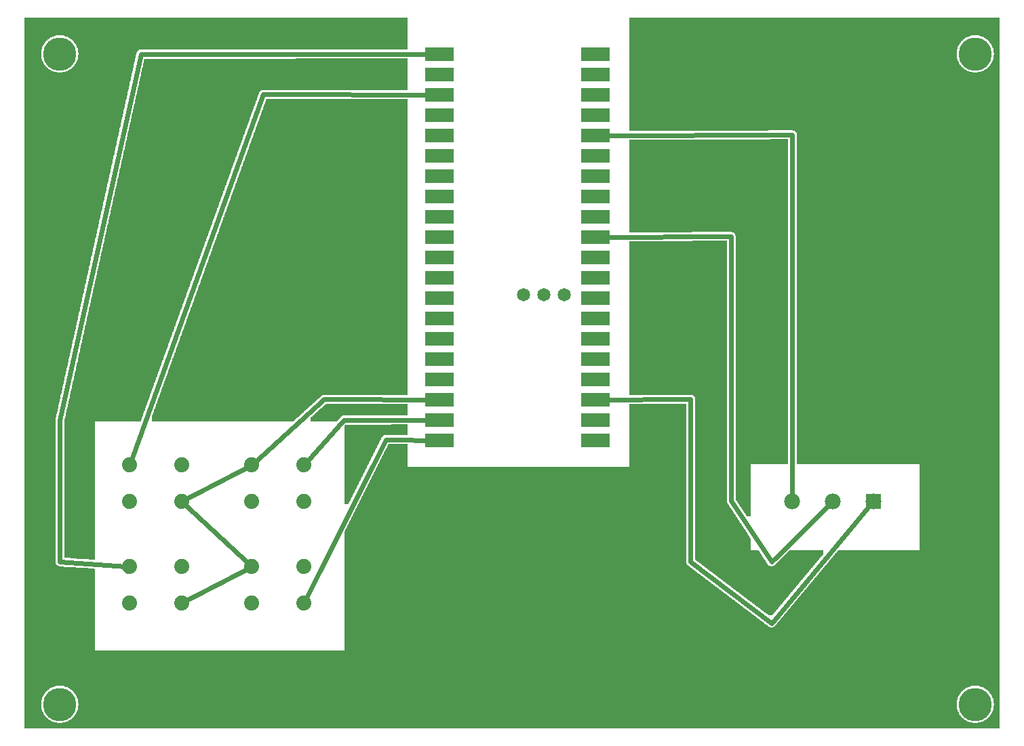
<source format=gbl>
G04 MADE WITH FRITZING*
G04 WWW.FRITZING.ORG*
G04 DOUBLE SIDED*
G04 HOLES PLATED*
G04 CONTOUR ON CENTER OF CONTOUR VECTOR*
%ASAXBY*%
%FSLAX23Y23*%
%MOIN*%
%OFA0B0*%
%SFA1.0B1.0*%
%ADD10C,0.075000*%
%ADD11C,0.163386*%
%ADD12C,0.064944*%
%ADD13C,0.078000*%
%ADD14C,0.074000*%
%ADD15R,0.143667X0.070200*%
%ADD16R,0.144000X0.070200*%
%ADD17R,0.078000X0.078000*%
%ADD18C,0.024000*%
%ADD19C,0.000100*%
%LNCOPPER0*%
G90*
G70*
G54D10*
X338Y3466D03*
X673Y3255D03*
X1261Y3055D03*
X3092Y2858D03*
X3091Y2358D03*
X1688Y1461D03*
G54D11*
X4714Y159D03*
X4714Y3359D03*
X214Y159D03*
X214Y3359D03*
G54D12*
X2114Y3359D03*
X2114Y3259D03*
X2114Y3159D03*
X2114Y3059D03*
X2114Y2959D03*
X2114Y2859D03*
X2114Y2759D03*
X2114Y2659D03*
X2114Y2559D03*
X2114Y2459D03*
X2114Y2359D03*
X2114Y2259D03*
X2114Y2159D03*
X2114Y2059D03*
X2114Y1959D03*
X2114Y1859D03*
X2114Y1759D03*
X2114Y1659D03*
X2114Y1559D03*
X2114Y1459D03*
X2813Y1459D03*
X2813Y1559D03*
X2813Y1659D03*
X2813Y1759D03*
X2813Y1859D03*
X2813Y1959D03*
X2813Y2059D03*
X2813Y2159D03*
X2813Y2259D03*
X2813Y2359D03*
X2813Y2459D03*
X2813Y2559D03*
X2813Y2659D03*
X2813Y2759D03*
X2813Y2859D03*
X2813Y2959D03*
X2813Y3059D03*
X2813Y3159D03*
X2813Y3259D03*
X2813Y3359D03*
X2493Y2176D03*
X2593Y2176D03*
X2693Y2176D03*
G54D13*
X4214Y1159D03*
X4014Y1159D03*
X3814Y1159D03*
G54D14*
X558Y837D03*
X814Y837D03*
X558Y659D03*
X814Y659D03*
X1158Y837D03*
X1414Y837D03*
X1158Y659D03*
X1414Y659D03*
X1158Y1337D03*
X1414Y1337D03*
X1158Y1159D03*
X1414Y1159D03*
X558Y1337D03*
X814Y1337D03*
X558Y1159D03*
X814Y1159D03*
G54D15*
X2081Y3359D03*
G54D16*
X2081Y3259D03*
X2081Y3159D03*
X2081Y3059D03*
X2081Y2959D03*
X2081Y2859D03*
X2081Y2759D03*
X2081Y2659D03*
X2081Y2559D03*
X2081Y2459D03*
X2081Y2359D03*
X2081Y2259D03*
X2081Y2159D03*
X2081Y2059D03*
X2081Y1959D03*
X2081Y1859D03*
X2081Y1759D03*
X2081Y1659D03*
X2081Y1559D03*
X2081Y1459D03*
X2846Y1459D03*
X2846Y1559D03*
X2846Y1659D03*
X2846Y1759D03*
X2846Y1859D03*
X2846Y1959D03*
X2846Y2059D03*
X2846Y2159D03*
X2846Y2259D03*
X2846Y2359D03*
X2846Y2459D03*
X2846Y2559D03*
X2846Y2659D03*
X2846Y2759D03*
X2846Y2859D03*
X2846Y2959D03*
X2846Y3059D03*
X2846Y3159D03*
X2846Y3259D03*
X2846Y3359D03*
G54D17*
X4214Y1159D03*
G54D18*
X3815Y2961D02*
X2839Y2959D01*
D02*
X3814Y1178D02*
X3815Y2961D01*
D02*
X3514Y2461D02*
X2839Y2459D01*
D02*
X3712Y860D02*
X3514Y1161D01*
D02*
X3514Y1161D02*
X3514Y2461D01*
D02*
X4000Y1146D02*
X3712Y860D01*
D02*
X3315Y860D02*
X3315Y1661D01*
D02*
X3315Y1661D02*
X2839Y1659D01*
D02*
X3712Y559D02*
X3315Y860D01*
D02*
X4201Y1145D02*
X3712Y559D01*
D02*
X612Y3358D02*
X2088Y3359D01*
D02*
X215Y1558D02*
X612Y3358D01*
D02*
X215Y860D02*
X215Y1558D01*
D02*
X538Y839D02*
X215Y860D01*
D02*
X1214Y3160D02*
X2088Y3159D01*
D02*
X564Y1356D02*
X1214Y3160D01*
D02*
X1611Y1558D02*
X2088Y1559D01*
D02*
X1427Y1352D02*
X1611Y1558D01*
D02*
X1816Y1462D02*
X2088Y1459D01*
D02*
X1423Y677D02*
X1816Y1462D01*
D02*
X1515Y1661D02*
X2088Y1659D01*
D02*
X1172Y1351D02*
X1515Y1661D01*
D02*
X831Y1168D02*
X1140Y1328D01*
D02*
X1143Y851D02*
X828Y1146D01*
D02*
X831Y668D02*
X1140Y828D01*
G54D19*
G36*
X40Y3538D02*
X40Y3452D01*
X218Y3452D01*
X218Y3450D01*
X232Y3450D01*
X232Y3448D01*
X240Y3448D01*
X240Y3446D01*
X246Y3446D01*
X246Y3444D01*
X252Y3444D01*
X252Y3442D01*
X256Y3442D01*
X256Y3440D01*
X258Y3440D01*
X258Y3438D01*
X262Y3438D01*
X262Y3436D01*
X266Y3436D01*
X266Y3434D01*
X268Y3434D01*
X268Y3432D01*
X270Y3432D01*
X270Y3430D01*
X274Y3430D01*
X274Y3428D01*
X276Y3428D01*
X276Y3426D01*
X278Y3426D01*
X278Y3424D01*
X280Y3424D01*
X280Y3422D01*
X282Y3422D01*
X282Y3420D01*
X284Y3420D01*
X284Y3416D01*
X286Y3416D01*
X286Y3414D01*
X288Y3414D01*
X288Y3412D01*
X290Y3412D01*
X290Y3408D01*
X292Y3408D01*
X292Y3406D01*
X294Y3406D01*
X294Y3402D01*
X296Y3402D01*
X296Y3398D01*
X298Y3398D01*
X298Y3392D01*
X300Y3392D01*
X300Y3388D01*
X302Y3388D01*
X302Y3380D01*
X304Y3380D01*
X304Y3364D01*
X306Y3364D01*
X306Y3354D01*
X304Y3354D01*
X304Y3340D01*
X302Y3340D01*
X302Y3332D01*
X300Y3332D01*
X300Y3326D01*
X298Y3326D01*
X298Y3322D01*
X296Y3322D01*
X296Y3318D01*
X294Y3318D01*
X294Y3314D01*
X292Y3314D01*
X292Y3310D01*
X290Y3310D01*
X290Y3308D01*
X288Y3308D01*
X288Y3304D01*
X286Y3304D01*
X286Y3302D01*
X284Y3302D01*
X284Y3300D01*
X282Y3300D01*
X282Y3298D01*
X280Y3298D01*
X280Y3296D01*
X278Y3296D01*
X278Y3294D01*
X276Y3294D01*
X276Y3292D01*
X274Y3292D01*
X274Y3290D01*
X272Y3290D01*
X272Y3288D01*
X270Y3288D01*
X270Y3286D01*
X266Y3286D01*
X266Y3284D01*
X264Y3284D01*
X264Y3282D01*
X260Y3282D01*
X260Y3280D01*
X258Y3280D01*
X258Y3278D01*
X254Y3278D01*
X254Y3276D01*
X250Y3276D01*
X250Y3274D01*
X244Y3274D01*
X244Y3272D01*
X236Y3272D01*
X236Y3270D01*
X228Y3270D01*
X228Y3268D01*
X570Y3268D01*
X570Y3274D01*
X572Y3274D01*
X572Y3284D01*
X574Y3284D01*
X574Y3292D01*
X576Y3292D01*
X576Y3302D01*
X578Y3302D01*
X578Y3310D01*
X580Y3310D01*
X580Y3320D01*
X582Y3320D01*
X582Y3328D01*
X584Y3328D01*
X584Y3338D01*
X586Y3338D01*
X586Y3346D01*
X588Y3346D01*
X588Y3356D01*
X590Y3356D01*
X590Y3364D01*
X592Y3364D01*
X592Y3370D01*
X594Y3370D01*
X594Y3372D01*
X596Y3372D01*
X596Y3374D01*
X598Y3374D01*
X598Y3376D01*
X600Y3376D01*
X600Y3378D01*
X604Y3378D01*
X604Y3380D01*
X1360Y3380D01*
X1360Y3382D01*
X1924Y3382D01*
X1924Y3538D01*
X40Y3538D01*
G37*
D02*
G36*
X3012Y3538D02*
X3012Y3452D01*
X4718Y3452D01*
X4718Y3450D01*
X4732Y3450D01*
X4732Y3448D01*
X4740Y3448D01*
X4740Y3446D01*
X4746Y3446D01*
X4746Y3444D01*
X4752Y3444D01*
X4752Y3442D01*
X4756Y3442D01*
X4756Y3440D01*
X4758Y3440D01*
X4758Y3438D01*
X4762Y3438D01*
X4762Y3436D01*
X4766Y3436D01*
X4766Y3434D01*
X4768Y3434D01*
X4768Y3432D01*
X4770Y3432D01*
X4770Y3430D01*
X4774Y3430D01*
X4774Y3428D01*
X4776Y3428D01*
X4776Y3426D01*
X4778Y3426D01*
X4778Y3424D01*
X4780Y3424D01*
X4780Y3422D01*
X4782Y3422D01*
X4782Y3420D01*
X4784Y3420D01*
X4784Y3416D01*
X4786Y3416D01*
X4786Y3414D01*
X4788Y3414D01*
X4788Y3412D01*
X4790Y3412D01*
X4790Y3408D01*
X4792Y3408D01*
X4792Y3406D01*
X4794Y3406D01*
X4794Y3402D01*
X4796Y3402D01*
X4796Y3398D01*
X4798Y3398D01*
X4798Y3392D01*
X4800Y3392D01*
X4800Y3388D01*
X4802Y3388D01*
X4802Y3380D01*
X4804Y3380D01*
X4804Y3364D01*
X4806Y3364D01*
X4806Y3354D01*
X4804Y3354D01*
X4804Y3340D01*
X4802Y3340D01*
X4802Y3332D01*
X4800Y3332D01*
X4800Y3326D01*
X4798Y3326D01*
X4798Y3322D01*
X4796Y3322D01*
X4796Y3318D01*
X4794Y3318D01*
X4794Y3314D01*
X4792Y3314D01*
X4792Y3310D01*
X4790Y3310D01*
X4790Y3308D01*
X4788Y3308D01*
X4788Y3304D01*
X4786Y3304D01*
X4786Y3302D01*
X4784Y3302D01*
X4784Y3300D01*
X4782Y3300D01*
X4782Y3298D01*
X4780Y3298D01*
X4780Y3296D01*
X4778Y3296D01*
X4778Y3294D01*
X4776Y3294D01*
X4776Y3292D01*
X4774Y3292D01*
X4774Y3290D01*
X4772Y3290D01*
X4772Y3288D01*
X4770Y3288D01*
X4770Y3286D01*
X4766Y3286D01*
X4766Y3284D01*
X4764Y3284D01*
X4764Y3282D01*
X4760Y3282D01*
X4760Y3280D01*
X4758Y3280D01*
X4758Y3278D01*
X4754Y3278D01*
X4754Y3276D01*
X4750Y3276D01*
X4750Y3274D01*
X4744Y3274D01*
X4744Y3272D01*
X4736Y3272D01*
X4736Y3270D01*
X4728Y3270D01*
X4728Y3268D01*
X4834Y3268D01*
X4834Y3538D01*
X3012Y3538D01*
G37*
D02*
G36*
X40Y3452D02*
X40Y3268D01*
X200Y3268D01*
X200Y3270D01*
X190Y3270D01*
X190Y3272D01*
X184Y3272D01*
X184Y3274D01*
X178Y3274D01*
X178Y3276D01*
X174Y3276D01*
X174Y3278D01*
X170Y3278D01*
X170Y3280D01*
X166Y3280D01*
X166Y3282D01*
X164Y3282D01*
X164Y3284D01*
X160Y3284D01*
X160Y3286D01*
X158Y3286D01*
X158Y3288D01*
X156Y3288D01*
X156Y3290D01*
X152Y3290D01*
X152Y3292D01*
X150Y3292D01*
X150Y3294D01*
X148Y3294D01*
X148Y3296D01*
X146Y3296D01*
X146Y3298D01*
X144Y3298D01*
X144Y3302D01*
X142Y3302D01*
X142Y3304D01*
X140Y3304D01*
X140Y3306D01*
X138Y3306D01*
X138Y3310D01*
X136Y3310D01*
X136Y3312D01*
X134Y3312D01*
X134Y3316D01*
X132Y3316D01*
X132Y3320D01*
X130Y3320D01*
X130Y3324D01*
X128Y3324D01*
X128Y3330D01*
X126Y3330D01*
X126Y3336D01*
X124Y3336D01*
X124Y3346D01*
X122Y3346D01*
X122Y3372D01*
X124Y3372D01*
X124Y3382D01*
X126Y3382D01*
X126Y3390D01*
X128Y3390D01*
X128Y3394D01*
X130Y3394D01*
X130Y3400D01*
X132Y3400D01*
X132Y3404D01*
X134Y3404D01*
X134Y3406D01*
X136Y3406D01*
X136Y3410D01*
X138Y3410D01*
X138Y3412D01*
X140Y3412D01*
X140Y3416D01*
X142Y3416D01*
X142Y3418D01*
X144Y3418D01*
X144Y3420D01*
X146Y3420D01*
X146Y3422D01*
X148Y3422D01*
X148Y3424D01*
X150Y3424D01*
X150Y3426D01*
X152Y3426D01*
X152Y3428D01*
X154Y3428D01*
X154Y3430D01*
X156Y3430D01*
X156Y3432D01*
X160Y3432D01*
X160Y3434D01*
X162Y3434D01*
X162Y3436D01*
X164Y3436D01*
X164Y3438D01*
X168Y3438D01*
X168Y3440D01*
X172Y3440D01*
X172Y3442D01*
X176Y3442D01*
X176Y3444D01*
X180Y3444D01*
X180Y3446D01*
X186Y3446D01*
X186Y3448D01*
X194Y3448D01*
X194Y3450D01*
X210Y3450D01*
X210Y3452D01*
X40Y3452D01*
G37*
D02*
G36*
X3012Y3452D02*
X3012Y3268D01*
X4700Y3268D01*
X4700Y3270D01*
X4690Y3270D01*
X4690Y3272D01*
X4684Y3272D01*
X4684Y3274D01*
X4678Y3274D01*
X4678Y3276D01*
X4674Y3276D01*
X4674Y3278D01*
X4670Y3278D01*
X4670Y3280D01*
X4666Y3280D01*
X4666Y3282D01*
X4664Y3282D01*
X4664Y3284D01*
X4660Y3284D01*
X4660Y3286D01*
X4658Y3286D01*
X4658Y3288D01*
X4656Y3288D01*
X4656Y3290D01*
X4652Y3290D01*
X4652Y3292D01*
X4650Y3292D01*
X4650Y3294D01*
X4648Y3294D01*
X4648Y3296D01*
X4646Y3296D01*
X4646Y3298D01*
X4644Y3298D01*
X4644Y3302D01*
X4642Y3302D01*
X4642Y3304D01*
X4640Y3304D01*
X4640Y3306D01*
X4638Y3306D01*
X4638Y3310D01*
X4636Y3310D01*
X4636Y3312D01*
X4634Y3312D01*
X4634Y3316D01*
X4632Y3316D01*
X4632Y3320D01*
X4630Y3320D01*
X4630Y3324D01*
X4628Y3324D01*
X4628Y3330D01*
X4626Y3330D01*
X4626Y3336D01*
X4624Y3336D01*
X4624Y3346D01*
X4622Y3346D01*
X4622Y3372D01*
X4624Y3372D01*
X4624Y3382D01*
X4626Y3382D01*
X4626Y3390D01*
X4628Y3390D01*
X4628Y3394D01*
X4630Y3394D01*
X4630Y3400D01*
X4632Y3400D01*
X4632Y3404D01*
X4634Y3404D01*
X4634Y3406D01*
X4636Y3406D01*
X4636Y3410D01*
X4638Y3410D01*
X4638Y3412D01*
X4640Y3412D01*
X4640Y3416D01*
X4642Y3416D01*
X4642Y3418D01*
X4644Y3418D01*
X4644Y3420D01*
X4646Y3420D01*
X4646Y3422D01*
X4648Y3422D01*
X4648Y3424D01*
X4650Y3424D01*
X4650Y3426D01*
X4652Y3426D01*
X4652Y3428D01*
X4654Y3428D01*
X4654Y3430D01*
X4656Y3430D01*
X4656Y3432D01*
X4660Y3432D01*
X4660Y3434D01*
X4662Y3434D01*
X4662Y3436D01*
X4664Y3436D01*
X4664Y3438D01*
X4668Y3438D01*
X4668Y3440D01*
X4672Y3440D01*
X4672Y3442D01*
X4676Y3442D01*
X4676Y3444D01*
X4680Y3444D01*
X4680Y3446D01*
X4686Y3446D01*
X4686Y3448D01*
X4694Y3448D01*
X4694Y3450D01*
X4710Y3450D01*
X4710Y3452D01*
X3012Y3452D01*
G37*
D02*
G36*
X40Y3268D02*
X40Y3266D01*
X570Y3266D01*
X570Y3268D01*
X40Y3268D01*
G37*
D02*
G36*
X40Y3268D02*
X40Y3266D01*
X570Y3266D01*
X570Y3268D01*
X40Y3268D01*
G37*
D02*
G36*
X3012Y3268D02*
X3012Y3266D01*
X4834Y3266D01*
X4834Y3268D01*
X3012Y3268D01*
G37*
D02*
G36*
X3012Y3268D02*
X3012Y3266D01*
X4834Y3266D01*
X4834Y3268D01*
X3012Y3268D01*
G37*
D02*
G36*
X40Y3266D02*
X40Y426D01*
X388Y426D01*
X388Y826D01*
X384Y826D01*
X384Y828D01*
X354Y828D01*
X354Y830D01*
X324Y830D01*
X324Y832D01*
X294Y832D01*
X294Y834D01*
X264Y834D01*
X264Y836D01*
X234Y836D01*
X234Y838D01*
X210Y838D01*
X210Y840D01*
X204Y840D01*
X204Y842D01*
X202Y842D01*
X202Y844D01*
X200Y844D01*
X200Y846D01*
X198Y846D01*
X198Y848D01*
X196Y848D01*
X196Y850D01*
X194Y850D01*
X194Y858D01*
X192Y858D01*
X192Y1560D01*
X194Y1560D01*
X194Y1570D01*
X196Y1570D01*
X196Y1580D01*
X198Y1580D01*
X198Y1588D01*
X200Y1588D01*
X200Y1598D01*
X202Y1598D01*
X202Y1606D01*
X204Y1606D01*
X204Y1616D01*
X206Y1616D01*
X206Y1626D01*
X208Y1626D01*
X208Y1634D01*
X210Y1634D01*
X210Y1644D01*
X212Y1644D01*
X212Y1652D01*
X214Y1652D01*
X214Y1662D01*
X216Y1662D01*
X216Y1670D01*
X218Y1670D01*
X218Y1680D01*
X220Y1680D01*
X220Y1688D01*
X222Y1688D01*
X222Y1698D01*
X224Y1698D01*
X224Y1706D01*
X226Y1706D01*
X226Y1716D01*
X228Y1716D01*
X228Y1724D01*
X230Y1724D01*
X230Y1734D01*
X232Y1734D01*
X232Y1742D01*
X234Y1742D01*
X234Y1752D01*
X236Y1752D01*
X236Y1762D01*
X238Y1762D01*
X238Y1770D01*
X240Y1770D01*
X240Y1780D01*
X242Y1780D01*
X242Y1788D01*
X244Y1788D01*
X244Y1798D01*
X246Y1798D01*
X246Y1806D01*
X248Y1806D01*
X248Y1816D01*
X250Y1816D01*
X250Y1824D01*
X252Y1824D01*
X252Y1834D01*
X254Y1834D01*
X254Y1842D01*
X256Y1842D01*
X256Y1852D01*
X258Y1852D01*
X258Y1860D01*
X260Y1860D01*
X260Y1870D01*
X262Y1870D01*
X262Y1878D01*
X264Y1878D01*
X264Y1888D01*
X266Y1888D01*
X266Y1896D01*
X268Y1896D01*
X268Y1906D01*
X270Y1906D01*
X270Y1916D01*
X272Y1916D01*
X272Y1924D01*
X274Y1924D01*
X274Y1934D01*
X276Y1934D01*
X276Y1942D01*
X278Y1942D01*
X278Y1952D01*
X280Y1952D01*
X280Y1960D01*
X282Y1960D01*
X282Y1970D01*
X284Y1970D01*
X284Y1978D01*
X286Y1978D01*
X286Y1988D01*
X288Y1988D01*
X288Y1996D01*
X290Y1996D01*
X290Y2006D01*
X292Y2006D01*
X292Y2014D01*
X294Y2014D01*
X294Y2024D01*
X296Y2024D01*
X296Y2032D01*
X298Y2032D01*
X298Y2042D01*
X300Y2042D01*
X300Y2050D01*
X302Y2050D01*
X302Y2060D01*
X304Y2060D01*
X304Y2070D01*
X306Y2070D01*
X306Y2078D01*
X308Y2078D01*
X308Y2088D01*
X310Y2088D01*
X310Y2096D01*
X312Y2096D01*
X312Y2106D01*
X314Y2106D01*
X314Y2114D01*
X316Y2114D01*
X316Y2124D01*
X318Y2124D01*
X318Y2132D01*
X320Y2132D01*
X320Y2142D01*
X322Y2142D01*
X322Y2150D01*
X324Y2150D01*
X324Y2160D01*
X326Y2160D01*
X326Y2168D01*
X328Y2168D01*
X328Y2178D01*
X330Y2178D01*
X330Y2186D01*
X332Y2186D01*
X332Y2196D01*
X334Y2196D01*
X334Y2206D01*
X336Y2206D01*
X336Y2214D01*
X338Y2214D01*
X338Y2224D01*
X340Y2224D01*
X340Y2232D01*
X342Y2232D01*
X342Y2242D01*
X344Y2242D01*
X344Y2250D01*
X346Y2250D01*
X346Y2260D01*
X348Y2260D01*
X348Y2268D01*
X350Y2268D01*
X350Y2278D01*
X352Y2278D01*
X352Y2286D01*
X354Y2286D01*
X354Y2296D01*
X356Y2296D01*
X356Y2304D01*
X358Y2304D01*
X358Y2314D01*
X360Y2314D01*
X360Y2322D01*
X362Y2322D01*
X362Y2332D01*
X364Y2332D01*
X364Y2340D01*
X366Y2340D01*
X366Y2350D01*
X368Y2350D01*
X368Y2360D01*
X370Y2360D01*
X370Y2368D01*
X372Y2368D01*
X372Y2378D01*
X374Y2378D01*
X374Y2386D01*
X376Y2386D01*
X376Y2396D01*
X378Y2396D01*
X378Y2404D01*
X380Y2404D01*
X380Y2414D01*
X382Y2414D01*
X382Y2422D01*
X384Y2422D01*
X384Y2432D01*
X386Y2432D01*
X386Y2440D01*
X388Y2440D01*
X388Y2450D01*
X390Y2450D01*
X390Y2458D01*
X392Y2458D01*
X392Y2468D01*
X394Y2468D01*
X394Y2476D01*
X396Y2476D01*
X396Y2486D01*
X398Y2486D01*
X398Y2494D01*
X400Y2494D01*
X400Y2504D01*
X402Y2504D01*
X402Y2514D01*
X404Y2514D01*
X404Y2522D01*
X406Y2522D01*
X406Y2532D01*
X408Y2532D01*
X408Y2540D01*
X410Y2540D01*
X410Y2550D01*
X412Y2550D01*
X412Y2558D01*
X414Y2558D01*
X414Y2568D01*
X416Y2568D01*
X416Y2576D01*
X418Y2576D01*
X418Y2586D01*
X420Y2586D01*
X420Y2594D01*
X422Y2594D01*
X422Y2604D01*
X424Y2604D01*
X424Y2612D01*
X426Y2612D01*
X426Y2622D01*
X428Y2622D01*
X428Y2630D01*
X430Y2630D01*
X430Y2640D01*
X432Y2640D01*
X432Y2650D01*
X434Y2650D01*
X434Y2658D01*
X436Y2658D01*
X436Y2668D01*
X438Y2668D01*
X438Y2676D01*
X440Y2676D01*
X440Y2686D01*
X442Y2686D01*
X442Y2694D01*
X444Y2694D01*
X444Y2704D01*
X446Y2704D01*
X446Y2712D01*
X448Y2712D01*
X448Y2722D01*
X450Y2722D01*
X450Y2730D01*
X452Y2730D01*
X452Y2740D01*
X454Y2740D01*
X454Y2748D01*
X456Y2748D01*
X456Y2758D01*
X458Y2758D01*
X458Y2766D01*
X460Y2766D01*
X460Y2776D01*
X462Y2776D01*
X462Y2784D01*
X464Y2784D01*
X464Y2794D01*
X466Y2794D01*
X466Y2804D01*
X468Y2804D01*
X468Y2812D01*
X470Y2812D01*
X470Y2822D01*
X472Y2822D01*
X472Y2830D01*
X474Y2830D01*
X474Y2840D01*
X476Y2840D01*
X476Y2848D01*
X478Y2848D01*
X478Y2858D01*
X480Y2858D01*
X480Y2866D01*
X482Y2866D01*
X482Y2876D01*
X484Y2876D01*
X484Y2884D01*
X486Y2884D01*
X486Y2894D01*
X488Y2894D01*
X488Y2902D01*
X490Y2902D01*
X490Y2912D01*
X492Y2912D01*
X492Y2920D01*
X494Y2920D01*
X494Y2930D01*
X496Y2930D01*
X496Y2938D01*
X498Y2938D01*
X498Y2948D01*
X500Y2948D01*
X500Y2958D01*
X502Y2958D01*
X502Y2966D01*
X504Y2966D01*
X504Y2976D01*
X506Y2976D01*
X506Y2984D01*
X508Y2984D01*
X508Y2994D01*
X510Y2994D01*
X510Y3002D01*
X512Y3002D01*
X512Y3012D01*
X514Y3012D01*
X514Y3020D01*
X516Y3020D01*
X516Y3030D01*
X518Y3030D01*
X518Y3038D01*
X520Y3038D01*
X520Y3048D01*
X522Y3048D01*
X522Y3056D01*
X524Y3056D01*
X524Y3066D01*
X526Y3066D01*
X526Y3074D01*
X528Y3074D01*
X528Y3084D01*
X530Y3084D01*
X530Y3094D01*
X532Y3094D01*
X532Y3102D01*
X534Y3102D01*
X534Y3112D01*
X536Y3112D01*
X536Y3120D01*
X538Y3120D01*
X538Y3130D01*
X540Y3130D01*
X540Y3138D01*
X542Y3138D01*
X542Y3148D01*
X544Y3148D01*
X544Y3156D01*
X546Y3156D01*
X546Y3166D01*
X548Y3166D01*
X548Y3174D01*
X550Y3174D01*
X550Y3184D01*
X552Y3184D01*
X552Y3192D01*
X554Y3192D01*
X554Y3202D01*
X556Y3202D01*
X556Y3210D01*
X558Y3210D01*
X558Y3220D01*
X560Y3220D01*
X560Y3228D01*
X562Y3228D01*
X562Y3238D01*
X564Y3238D01*
X564Y3248D01*
X566Y3248D01*
X566Y3256D01*
X568Y3256D01*
X568Y3266D01*
X40Y3266D01*
G37*
D02*
G36*
X3012Y3266D02*
X3012Y2984D01*
X3816Y2984D01*
X3816Y2982D01*
X3824Y2982D01*
X3824Y2980D01*
X3828Y2980D01*
X3828Y2978D01*
X3830Y2978D01*
X3830Y2976D01*
X3832Y2976D01*
X3832Y2974D01*
X3834Y2974D01*
X3834Y2970D01*
X3836Y2970D01*
X3836Y1342D01*
X4440Y1342D01*
X4440Y918D01*
X4040Y918D01*
X4040Y916D01*
X4038Y916D01*
X4038Y914D01*
X4036Y914D01*
X4036Y912D01*
X4034Y912D01*
X4034Y908D01*
X4032Y908D01*
X4032Y906D01*
X4030Y906D01*
X4030Y904D01*
X4028Y904D01*
X4028Y902D01*
X4026Y902D01*
X4026Y900D01*
X4024Y900D01*
X4024Y896D01*
X4022Y896D01*
X4022Y894D01*
X4020Y894D01*
X4020Y892D01*
X4018Y892D01*
X4018Y890D01*
X4016Y890D01*
X4016Y888D01*
X4014Y888D01*
X4014Y884D01*
X4012Y884D01*
X4012Y882D01*
X4010Y882D01*
X4010Y880D01*
X4008Y880D01*
X4008Y878D01*
X4006Y878D01*
X4006Y876D01*
X4004Y876D01*
X4004Y874D01*
X4002Y874D01*
X4002Y870D01*
X4000Y870D01*
X4000Y868D01*
X3998Y868D01*
X3998Y866D01*
X3996Y866D01*
X3996Y864D01*
X3994Y864D01*
X3994Y862D01*
X3992Y862D01*
X3992Y858D01*
X3990Y858D01*
X3990Y856D01*
X3988Y856D01*
X3988Y854D01*
X3986Y854D01*
X3986Y852D01*
X3984Y852D01*
X3984Y850D01*
X3982Y850D01*
X3982Y846D01*
X3980Y846D01*
X3980Y844D01*
X3978Y844D01*
X3978Y842D01*
X3976Y842D01*
X3976Y840D01*
X3974Y840D01*
X3974Y838D01*
X3972Y838D01*
X3972Y834D01*
X3970Y834D01*
X3970Y832D01*
X3968Y832D01*
X3968Y830D01*
X3966Y830D01*
X3966Y828D01*
X3964Y828D01*
X3964Y826D01*
X3962Y826D01*
X3962Y822D01*
X3960Y822D01*
X3960Y820D01*
X3958Y820D01*
X3958Y818D01*
X3956Y818D01*
X3956Y816D01*
X3954Y816D01*
X3954Y814D01*
X3952Y814D01*
X3952Y810D01*
X3950Y810D01*
X3950Y808D01*
X3948Y808D01*
X3948Y806D01*
X3946Y806D01*
X3946Y804D01*
X3944Y804D01*
X3944Y802D01*
X3942Y802D01*
X3942Y798D01*
X3940Y798D01*
X3940Y796D01*
X3938Y796D01*
X3938Y794D01*
X3936Y794D01*
X3936Y792D01*
X3934Y792D01*
X3934Y790D01*
X3932Y790D01*
X3932Y786D01*
X3930Y786D01*
X3930Y784D01*
X3928Y784D01*
X3928Y782D01*
X3926Y782D01*
X3926Y780D01*
X3924Y780D01*
X3924Y778D01*
X3922Y778D01*
X3922Y774D01*
X3920Y774D01*
X3920Y772D01*
X3918Y772D01*
X3918Y770D01*
X3916Y770D01*
X3916Y768D01*
X3914Y768D01*
X3914Y766D01*
X3912Y766D01*
X3912Y762D01*
X3910Y762D01*
X3910Y760D01*
X3908Y760D01*
X3908Y758D01*
X3906Y758D01*
X3906Y756D01*
X3904Y756D01*
X3904Y754D01*
X3902Y754D01*
X3902Y750D01*
X3900Y750D01*
X3900Y748D01*
X3898Y748D01*
X3898Y746D01*
X3896Y746D01*
X3896Y744D01*
X3894Y744D01*
X3894Y742D01*
X3892Y742D01*
X3892Y738D01*
X3890Y738D01*
X3890Y736D01*
X3888Y736D01*
X3888Y734D01*
X3886Y734D01*
X3886Y732D01*
X3884Y732D01*
X3884Y730D01*
X3882Y730D01*
X3882Y726D01*
X3880Y726D01*
X3880Y724D01*
X3878Y724D01*
X3878Y722D01*
X3876Y722D01*
X3876Y720D01*
X3874Y720D01*
X3874Y718D01*
X3872Y718D01*
X3872Y714D01*
X3870Y714D01*
X3870Y712D01*
X3868Y712D01*
X3868Y710D01*
X3866Y710D01*
X3866Y708D01*
X3864Y708D01*
X3864Y706D01*
X3862Y706D01*
X3862Y704D01*
X3860Y704D01*
X3860Y700D01*
X3858Y700D01*
X3858Y698D01*
X3856Y698D01*
X3856Y696D01*
X3854Y696D01*
X3854Y694D01*
X3852Y694D01*
X3852Y692D01*
X3850Y692D01*
X3850Y688D01*
X3848Y688D01*
X3848Y686D01*
X3846Y686D01*
X3846Y684D01*
X3844Y684D01*
X3844Y682D01*
X3842Y682D01*
X3842Y680D01*
X3840Y680D01*
X3840Y676D01*
X3838Y676D01*
X3838Y674D01*
X3836Y674D01*
X3836Y672D01*
X3834Y672D01*
X3834Y670D01*
X3832Y670D01*
X3832Y668D01*
X3830Y668D01*
X3830Y664D01*
X3828Y664D01*
X3828Y662D01*
X3826Y662D01*
X3826Y660D01*
X3824Y660D01*
X3824Y658D01*
X3822Y658D01*
X3822Y656D01*
X3820Y656D01*
X3820Y652D01*
X3818Y652D01*
X3818Y650D01*
X3816Y650D01*
X3816Y648D01*
X3814Y648D01*
X3814Y646D01*
X3812Y646D01*
X3812Y644D01*
X3810Y644D01*
X3810Y640D01*
X3808Y640D01*
X3808Y638D01*
X3806Y638D01*
X3806Y636D01*
X3804Y636D01*
X3804Y634D01*
X3802Y634D01*
X3802Y632D01*
X3800Y632D01*
X3800Y628D01*
X3798Y628D01*
X3798Y626D01*
X3796Y626D01*
X3796Y624D01*
X3794Y624D01*
X3794Y622D01*
X3792Y622D01*
X3792Y620D01*
X3790Y620D01*
X3790Y616D01*
X3788Y616D01*
X3788Y614D01*
X3786Y614D01*
X3786Y612D01*
X3784Y612D01*
X3784Y610D01*
X3782Y610D01*
X3782Y608D01*
X3780Y608D01*
X3780Y604D01*
X3778Y604D01*
X3778Y602D01*
X3776Y602D01*
X3776Y600D01*
X3774Y600D01*
X3774Y598D01*
X3772Y598D01*
X3772Y596D01*
X3770Y596D01*
X3770Y592D01*
X3768Y592D01*
X3768Y590D01*
X3766Y590D01*
X3766Y588D01*
X3764Y588D01*
X3764Y586D01*
X3762Y586D01*
X3762Y584D01*
X3760Y584D01*
X3760Y580D01*
X3758Y580D01*
X3758Y578D01*
X3756Y578D01*
X3756Y576D01*
X3754Y576D01*
X3754Y574D01*
X3752Y574D01*
X3752Y572D01*
X3750Y572D01*
X3750Y568D01*
X3748Y568D01*
X3748Y566D01*
X3746Y566D01*
X3746Y564D01*
X3744Y564D01*
X3744Y562D01*
X3742Y562D01*
X3742Y560D01*
X3740Y560D01*
X3740Y556D01*
X3738Y556D01*
X3738Y554D01*
X3736Y554D01*
X3736Y552D01*
X3734Y552D01*
X3734Y550D01*
X3732Y550D01*
X3732Y548D01*
X3730Y548D01*
X3730Y546D01*
X3728Y546D01*
X3728Y544D01*
X3726Y544D01*
X3726Y542D01*
X3724Y542D01*
X3724Y540D01*
X3720Y540D01*
X3720Y538D01*
X4834Y538D01*
X4834Y3266D01*
X3012Y3266D01*
G37*
D02*
G36*
X3012Y2984D02*
X3012Y2982D01*
X3698Y2982D01*
X3698Y2984D01*
X3012Y2984D01*
G37*
D02*
G36*
X3012Y1638D02*
X3012Y1328D01*
X3292Y1328D01*
X3292Y1638D01*
X3012Y1638D01*
G37*
D02*
G36*
X1830Y1440D02*
X1830Y1438D01*
X1828Y1438D01*
X1828Y1434D01*
X1826Y1434D01*
X1826Y1430D01*
X1824Y1430D01*
X1824Y1426D01*
X1822Y1426D01*
X1822Y1422D01*
X1820Y1422D01*
X1820Y1418D01*
X1818Y1418D01*
X1818Y1416D01*
X1816Y1416D01*
X1816Y1412D01*
X1814Y1412D01*
X1814Y1408D01*
X1812Y1408D01*
X1812Y1404D01*
X1810Y1404D01*
X1810Y1400D01*
X1808Y1400D01*
X1808Y1396D01*
X1806Y1396D01*
X1806Y1392D01*
X1804Y1392D01*
X1804Y1388D01*
X1802Y1388D01*
X1802Y1384D01*
X1800Y1384D01*
X1800Y1380D01*
X1798Y1380D01*
X1798Y1376D01*
X1796Y1376D01*
X1796Y1372D01*
X1794Y1372D01*
X1794Y1368D01*
X1792Y1368D01*
X1792Y1364D01*
X1790Y1364D01*
X1790Y1360D01*
X1788Y1360D01*
X1788Y1356D01*
X1786Y1356D01*
X1786Y1352D01*
X1784Y1352D01*
X1784Y1348D01*
X1782Y1348D01*
X1782Y1344D01*
X1780Y1344D01*
X1780Y1340D01*
X1778Y1340D01*
X1778Y1336D01*
X1776Y1336D01*
X1776Y1332D01*
X1774Y1332D01*
X1774Y1328D01*
X1924Y1328D01*
X1924Y1440D01*
X1830Y1440D01*
G37*
D02*
G36*
X1772Y1328D02*
X1772Y1326D01*
X3292Y1326D01*
X3292Y1328D01*
X1772Y1328D01*
G37*
D02*
G36*
X1772Y1328D02*
X1772Y1326D01*
X3292Y1326D01*
X3292Y1328D01*
X1772Y1328D01*
G37*
D02*
G36*
X1772Y1326D02*
X1772Y1324D01*
X1770Y1324D01*
X1770Y1320D01*
X1768Y1320D01*
X1768Y1316D01*
X1766Y1316D01*
X1766Y1312D01*
X1764Y1312D01*
X1764Y1308D01*
X1762Y1308D01*
X1762Y1304D01*
X1760Y1304D01*
X1760Y1300D01*
X1758Y1300D01*
X1758Y1296D01*
X1756Y1296D01*
X1756Y1292D01*
X1754Y1292D01*
X1754Y1288D01*
X1752Y1288D01*
X1752Y1284D01*
X1750Y1284D01*
X1750Y1280D01*
X1748Y1280D01*
X1748Y1276D01*
X1746Y1276D01*
X1746Y1272D01*
X1744Y1272D01*
X1744Y1268D01*
X1742Y1268D01*
X1742Y1264D01*
X1740Y1264D01*
X1740Y1260D01*
X1738Y1260D01*
X1738Y1256D01*
X1736Y1256D01*
X1736Y1252D01*
X1734Y1252D01*
X1734Y1248D01*
X1732Y1248D01*
X1732Y1244D01*
X1730Y1244D01*
X1730Y1240D01*
X1728Y1240D01*
X1728Y1236D01*
X1726Y1236D01*
X1726Y1232D01*
X1724Y1232D01*
X1724Y1228D01*
X1722Y1228D01*
X1722Y1224D01*
X1720Y1224D01*
X1720Y1220D01*
X1718Y1220D01*
X1718Y1216D01*
X1716Y1216D01*
X1716Y1212D01*
X1714Y1212D01*
X1714Y1208D01*
X1712Y1208D01*
X1712Y1204D01*
X1710Y1204D01*
X1710Y1200D01*
X1708Y1200D01*
X1708Y1196D01*
X1706Y1196D01*
X1706Y1192D01*
X1704Y1192D01*
X1704Y1188D01*
X1702Y1188D01*
X1702Y1184D01*
X1700Y1184D01*
X1700Y1180D01*
X1698Y1180D01*
X1698Y1176D01*
X1696Y1176D01*
X1696Y1172D01*
X1694Y1172D01*
X1694Y1168D01*
X1692Y1168D01*
X1692Y1164D01*
X1690Y1164D01*
X1690Y1160D01*
X1688Y1160D01*
X1688Y1156D01*
X1686Y1156D01*
X1686Y1152D01*
X1684Y1152D01*
X1684Y1148D01*
X1682Y1148D01*
X1682Y1144D01*
X1680Y1144D01*
X1680Y1140D01*
X1678Y1140D01*
X1678Y1136D01*
X1676Y1136D01*
X1676Y1132D01*
X1674Y1132D01*
X1674Y1128D01*
X1672Y1128D01*
X1672Y1124D01*
X1670Y1124D01*
X1670Y1120D01*
X1668Y1120D01*
X1668Y1116D01*
X1666Y1116D01*
X1666Y1112D01*
X1664Y1112D01*
X1664Y1108D01*
X1662Y1108D01*
X1662Y1104D01*
X1660Y1104D01*
X1660Y1100D01*
X1658Y1100D01*
X1658Y1096D01*
X1656Y1096D01*
X1656Y1092D01*
X1654Y1092D01*
X1654Y1088D01*
X1652Y1088D01*
X1652Y1084D01*
X1650Y1084D01*
X1650Y1080D01*
X1648Y1080D01*
X1648Y1076D01*
X1646Y1076D01*
X1646Y1072D01*
X1644Y1072D01*
X1644Y1068D01*
X1642Y1068D01*
X1642Y1064D01*
X1640Y1064D01*
X1640Y1060D01*
X1638Y1060D01*
X1638Y1056D01*
X1636Y1056D01*
X1636Y1052D01*
X1634Y1052D01*
X1634Y1048D01*
X1632Y1048D01*
X1632Y1044D01*
X1630Y1044D01*
X1630Y1040D01*
X1628Y1040D01*
X1628Y1036D01*
X1626Y1036D01*
X1626Y1032D01*
X1624Y1032D01*
X1624Y1028D01*
X1622Y1028D01*
X1622Y1024D01*
X1620Y1024D01*
X1620Y1020D01*
X1618Y1020D01*
X1618Y1016D01*
X1616Y1016D01*
X1616Y1012D01*
X1614Y1012D01*
X1614Y538D01*
X3704Y538D01*
X3704Y540D01*
X3700Y540D01*
X3700Y542D01*
X3698Y542D01*
X3698Y544D01*
X3694Y544D01*
X3694Y546D01*
X3692Y546D01*
X3692Y548D01*
X3690Y548D01*
X3690Y550D01*
X3686Y550D01*
X3686Y552D01*
X3684Y552D01*
X3684Y554D01*
X3682Y554D01*
X3682Y556D01*
X3678Y556D01*
X3678Y558D01*
X3676Y558D01*
X3676Y560D01*
X3674Y560D01*
X3674Y562D01*
X3672Y562D01*
X3672Y564D01*
X3668Y564D01*
X3668Y566D01*
X3666Y566D01*
X3666Y568D01*
X3664Y568D01*
X3664Y570D01*
X3660Y570D01*
X3660Y572D01*
X3658Y572D01*
X3658Y574D01*
X3656Y574D01*
X3656Y576D01*
X3652Y576D01*
X3652Y578D01*
X3650Y578D01*
X3650Y580D01*
X3648Y580D01*
X3648Y582D01*
X3644Y582D01*
X3644Y584D01*
X3642Y584D01*
X3642Y586D01*
X3640Y586D01*
X3640Y588D01*
X3636Y588D01*
X3636Y590D01*
X3634Y590D01*
X3634Y592D01*
X3632Y592D01*
X3632Y594D01*
X3628Y594D01*
X3628Y596D01*
X3626Y596D01*
X3626Y598D01*
X3624Y598D01*
X3624Y600D01*
X3620Y600D01*
X3620Y602D01*
X3618Y602D01*
X3618Y604D01*
X3616Y604D01*
X3616Y606D01*
X3612Y606D01*
X3612Y608D01*
X3610Y608D01*
X3610Y610D01*
X3608Y610D01*
X3608Y612D01*
X3606Y612D01*
X3606Y614D01*
X3602Y614D01*
X3602Y616D01*
X3600Y616D01*
X3600Y618D01*
X3598Y618D01*
X3598Y620D01*
X3594Y620D01*
X3594Y622D01*
X3592Y622D01*
X3592Y624D01*
X3590Y624D01*
X3590Y626D01*
X3586Y626D01*
X3586Y628D01*
X3584Y628D01*
X3584Y630D01*
X3582Y630D01*
X3582Y632D01*
X3578Y632D01*
X3578Y634D01*
X3576Y634D01*
X3576Y636D01*
X3574Y636D01*
X3574Y638D01*
X3570Y638D01*
X3570Y640D01*
X3568Y640D01*
X3568Y642D01*
X3566Y642D01*
X3566Y644D01*
X3562Y644D01*
X3562Y646D01*
X3560Y646D01*
X3560Y648D01*
X3558Y648D01*
X3558Y650D01*
X3554Y650D01*
X3554Y652D01*
X3552Y652D01*
X3552Y654D01*
X3550Y654D01*
X3550Y656D01*
X3546Y656D01*
X3546Y658D01*
X3544Y658D01*
X3544Y660D01*
X3542Y660D01*
X3542Y662D01*
X3540Y662D01*
X3540Y664D01*
X3536Y664D01*
X3536Y666D01*
X3534Y666D01*
X3534Y668D01*
X3532Y668D01*
X3532Y670D01*
X3528Y670D01*
X3528Y672D01*
X3526Y672D01*
X3526Y674D01*
X3524Y674D01*
X3524Y676D01*
X3520Y676D01*
X3520Y678D01*
X3518Y678D01*
X3518Y680D01*
X3516Y680D01*
X3516Y682D01*
X3512Y682D01*
X3512Y684D01*
X3510Y684D01*
X3510Y686D01*
X3508Y686D01*
X3508Y688D01*
X3504Y688D01*
X3504Y690D01*
X3502Y690D01*
X3502Y692D01*
X3500Y692D01*
X3500Y694D01*
X3496Y694D01*
X3496Y696D01*
X3494Y696D01*
X3494Y698D01*
X3492Y698D01*
X3492Y700D01*
X3488Y700D01*
X3488Y702D01*
X3486Y702D01*
X3486Y704D01*
X3484Y704D01*
X3484Y706D01*
X3480Y706D01*
X3480Y708D01*
X3478Y708D01*
X3478Y710D01*
X3476Y710D01*
X3476Y712D01*
X3472Y712D01*
X3472Y714D01*
X3470Y714D01*
X3470Y716D01*
X3468Y716D01*
X3468Y718D01*
X3466Y718D01*
X3466Y720D01*
X3462Y720D01*
X3462Y722D01*
X3460Y722D01*
X3460Y724D01*
X3458Y724D01*
X3458Y726D01*
X3454Y726D01*
X3454Y728D01*
X3452Y728D01*
X3452Y730D01*
X3450Y730D01*
X3450Y732D01*
X3446Y732D01*
X3446Y734D01*
X3444Y734D01*
X3444Y736D01*
X3442Y736D01*
X3442Y738D01*
X3438Y738D01*
X3438Y740D01*
X3436Y740D01*
X3436Y742D01*
X3434Y742D01*
X3434Y744D01*
X3430Y744D01*
X3430Y746D01*
X3428Y746D01*
X3428Y748D01*
X3426Y748D01*
X3426Y750D01*
X3422Y750D01*
X3422Y752D01*
X3420Y752D01*
X3420Y754D01*
X3418Y754D01*
X3418Y756D01*
X3414Y756D01*
X3414Y758D01*
X3412Y758D01*
X3412Y760D01*
X3410Y760D01*
X3410Y762D01*
X3406Y762D01*
X3406Y764D01*
X3404Y764D01*
X3404Y766D01*
X3402Y766D01*
X3402Y768D01*
X3400Y768D01*
X3400Y770D01*
X3396Y770D01*
X3396Y772D01*
X3394Y772D01*
X3394Y774D01*
X3392Y774D01*
X3392Y776D01*
X3388Y776D01*
X3388Y778D01*
X3386Y778D01*
X3386Y780D01*
X3384Y780D01*
X3384Y782D01*
X3380Y782D01*
X3380Y784D01*
X3378Y784D01*
X3378Y786D01*
X3376Y786D01*
X3376Y788D01*
X3372Y788D01*
X3372Y790D01*
X3370Y790D01*
X3370Y792D01*
X3368Y792D01*
X3368Y794D01*
X3364Y794D01*
X3364Y796D01*
X3362Y796D01*
X3362Y798D01*
X3360Y798D01*
X3360Y800D01*
X3356Y800D01*
X3356Y802D01*
X3354Y802D01*
X3354Y804D01*
X3352Y804D01*
X3352Y806D01*
X3348Y806D01*
X3348Y808D01*
X3346Y808D01*
X3346Y810D01*
X3344Y810D01*
X3344Y812D01*
X3340Y812D01*
X3340Y814D01*
X3338Y814D01*
X3338Y816D01*
X3336Y816D01*
X3336Y818D01*
X3334Y818D01*
X3334Y820D01*
X3330Y820D01*
X3330Y822D01*
X3328Y822D01*
X3328Y824D01*
X3326Y824D01*
X3326Y826D01*
X3322Y826D01*
X3322Y828D01*
X3320Y828D01*
X3320Y830D01*
X3318Y830D01*
X3318Y832D01*
X3314Y832D01*
X3314Y834D01*
X3312Y834D01*
X3312Y836D01*
X3310Y836D01*
X3310Y838D01*
X3306Y838D01*
X3306Y840D01*
X3304Y840D01*
X3304Y842D01*
X3302Y842D01*
X3302Y844D01*
X3300Y844D01*
X3300Y846D01*
X3298Y846D01*
X3298Y848D01*
X3296Y848D01*
X3296Y852D01*
X3294Y852D01*
X3294Y860D01*
X3292Y860D01*
X3292Y1326D01*
X1772Y1326D01*
G37*
D02*
G36*
X1614Y538D02*
X1614Y536D01*
X4834Y536D01*
X4834Y538D01*
X1614Y538D01*
G37*
D02*
G36*
X1614Y538D02*
X1614Y536D01*
X4834Y536D01*
X4834Y538D01*
X1614Y538D01*
G37*
D02*
G36*
X1614Y536D02*
X1614Y426D01*
X4834Y426D01*
X4834Y536D01*
X1614Y536D01*
G37*
D02*
G36*
X40Y426D02*
X40Y424D01*
X4834Y424D01*
X4834Y426D01*
X40Y426D01*
G37*
D02*
G36*
X40Y426D02*
X40Y424D01*
X4834Y424D01*
X4834Y426D01*
X40Y426D01*
G37*
D02*
G36*
X40Y424D02*
X40Y252D01*
X4716Y252D01*
X4716Y250D01*
X4732Y250D01*
X4732Y248D01*
X4740Y248D01*
X4740Y246D01*
X4746Y246D01*
X4746Y244D01*
X4752Y244D01*
X4752Y242D01*
X4756Y242D01*
X4756Y240D01*
X4758Y240D01*
X4758Y238D01*
X4762Y238D01*
X4762Y236D01*
X4766Y236D01*
X4766Y234D01*
X4768Y234D01*
X4768Y232D01*
X4770Y232D01*
X4770Y230D01*
X4774Y230D01*
X4774Y228D01*
X4776Y228D01*
X4776Y226D01*
X4778Y226D01*
X4778Y224D01*
X4780Y224D01*
X4780Y222D01*
X4782Y222D01*
X4782Y220D01*
X4784Y220D01*
X4784Y216D01*
X4786Y216D01*
X4786Y214D01*
X4788Y214D01*
X4788Y212D01*
X4790Y212D01*
X4790Y208D01*
X4792Y208D01*
X4792Y206D01*
X4794Y206D01*
X4794Y202D01*
X4796Y202D01*
X4796Y198D01*
X4798Y198D01*
X4798Y192D01*
X4800Y192D01*
X4800Y188D01*
X4802Y188D01*
X4802Y180D01*
X4804Y180D01*
X4804Y164D01*
X4806Y164D01*
X4806Y154D01*
X4804Y154D01*
X4804Y140D01*
X4802Y140D01*
X4802Y132D01*
X4800Y132D01*
X4800Y126D01*
X4798Y126D01*
X4798Y122D01*
X4796Y122D01*
X4796Y118D01*
X4794Y118D01*
X4794Y114D01*
X4792Y114D01*
X4792Y110D01*
X4790Y110D01*
X4790Y108D01*
X4788Y108D01*
X4788Y104D01*
X4786Y104D01*
X4786Y102D01*
X4784Y102D01*
X4784Y100D01*
X4782Y100D01*
X4782Y98D01*
X4780Y98D01*
X4780Y96D01*
X4778Y96D01*
X4778Y94D01*
X4776Y94D01*
X4776Y92D01*
X4774Y92D01*
X4774Y90D01*
X4772Y90D01*
X4772Y88D01*
X4770Y88D01*
X4770Y86D01*
X4766Y86D01*
X4766Y84D01*
X4764Y84D01*
X4764Y82D01*
X4760Y82D01*
X4760Y80D01*
X4758Y80D01*
X4758Y78D01*
X4754Y78D01*
X4754Y76D01*
X4750Y76D01*
X4750Y74D01*
X4744Y74D01*
X4744Y72D01*
X4736Y72D01*
X4736Y70D01*
X4728Y70D01*
X4728Y68D01*
X4834Y68D01*
X4834Y424D01*
X40Y424D01*
G37*
D02*
G36*
X40Y252D02*
X40Y68D01*
X200Y68D01*
X200Y70D01*
X190Y70D01*
X190Y72D01*
X184Y72D01*
X184Y74D01*
X178Y74D01*
X178Y76D01*
X174Y76D01*
X174Y78D01*
X170Y78D01*
X170Y80D01*
X166Y80D01*
X166Y82D01*
X164Y82D01*
X164Y84D01*
X160Y84D01*
X160Y86D01*
X158Y86D01*
X158Y88D01*
X156Y88D01*
X156Y90D01*
X152Y90D01*
X152Y92D01*
X150Y92D01*
X150Y94D01*
X148Y94D01*
X148Y96D01*
X146Y96D01*
X146Y98D01*
X144Y98D01*
X144Y102D01*
X142Y102D01*
X142Y104D01*
X140Y104D01*
X140Y106D01*
X138Y106D01*
X138Y110D01*
X136Y110D01*
X136Y112D01*
X134Y112D01*
X134Y116D01*
X132Y116D01*
X132Y120D01*
X130Y120D01*
X130Y124D01*
X128Y124D01*
X128Y130D01*
X126Y130D01*
X126Y136D01*
X124Y136D01*
X124Y146D01*
X122Y146D01*
X122Y172D01*
X124Y172D01*
X124Y182D01*
X126Y182D01*
X126Y190D01*
X128Y190D01*
X128Y194D01*
X130Y194D01*
X130Y200D01*
X132Y200D01*
X132Y204D01*
X134Y204D01*
X134Y206D01*
X136Y206D01*
X136Y210D01*
X138Y210D01*
X138Y212D01*
X140Y212D01*
X140Y216D01*
X142Y216D01*
X142Y218D01*
X144Y218D01*
X144Y220D01*
X146Y220D01*
X146Y222D01*
X148Y222D01*
X148Y224D01*
X150Y224D01*
X150Y226D01*
X152Y226D01*
X152Y228D01*
X154Y228D01*
X154Y230D01*
X156Y230D01*
X156Y232D01*
X160Y232D01*
X160Y234D01*
X162Y234D01*
X162Y236D01*
X164Y236D01*
X164Y238D01*
X168Y238D01*
X168Y240D01*
X172Y240D01*
X172Y242D01*
X176Y242D01*
X176Y244D01*
X180Y244D01*
X180Y246D01*
X186Y246D01*
X186Y248D01*
X194Y248D01*
X194Y250D01*
X210Y250D01*
X210Y252D01*
X40Y252D01*
G37*
D02*
G36*
X216Y252D02*
X216Y250D01*
X232Y250D01*
X232Y248D01*
X240Y248D01*
X240Y246D01*
X246Y246D01*
X246Y244D01*
X252Y244D01*
X252Y242D01*
X256Y242D01*
X256Y240D01*
X258Y240D01*
X258Y238D01*
X262Y238D01*
X262Y236D01*
X266Y236D01*
X266Y234D01*
X268Y234D01*
X268Y232D01*
X270Y232D01*
X270Y230D01*
X274Y230D01*
X274Y228D01*
X276Y228D01*
X276Y226D01*
X278Y226D01*
X278Y224D01*
X280Y224D01*
X280Y222D01*
X282Y222D01*
X282Y220D01*
X284Y220D01*
X284Y216D01*
X286Y216D01*
X286Y214D01*
X288Y214D01*
X288Y212D01*
X290Y212D01*
X290Y208D01*
X292Y208D01*
X292Y206D01*
X294Y206D01*
X294Y202D01*
X296Y202D01*
X296Y198D01*
X298Y198D01*
X298Y192D01*
X300Y192D01*
X300Y188D01*
X302Y188D01*
X302Y180D01*
X304Y180D01*
X304Y164D01*
X306Y164D01*
X306Y154D01*
X304Y154D01*
X304Y140D01*
X302Y140D01*
X302Y132D01*
X300Y132D01*
X300Y126D01*
X298Y126D01*
X298Y122D01*
X296Y122D01*
X296Y118D01*
X294Y118D01*
X294Y114D01*
X292Y114D01*
X292Y110D01*
X290Y110D01*
X290Y108D01*
X288Y108D01*
X288Y104D01*
X286Y104D01*
X286Y102D01*
X284Y102D01*
X284Y100D01*
X282Y100D01*
X282Y98D01*
X280Y98D01*
X280Y96D01*
X278Y96D01*
X278Y94D01*
X276Y94D01*
X276Y92D01*
X274Y92D01*
X274Y90D01*
X272Y90D01*
X272Y88D01*
X270Y88D01*
X270Y86D01*
X266Y86D01*
X266Y84D01*
X264Y84D01*
X264Y82D01*
X260Y82D01*
X260Y80D01*
X258Y80D01*
X258Y78D01*
X254Y78D01*
X254Y76D01*
X250Y76D01*
X250Y74D01*
X244Y74D01*
X244Y72D01*
X236Y72D01*
X236Y70D01*
X228Y70D01*
X228Y68D01*
X4700Y68D01*
X4700Y70D01*
X4690Y70D01*
X4690Y72D01*
X4684Y72D01*
X4684Y74D01*
X4678Y74D01*
X4678Y76D01*
X4674Y76D01*
X4674Y78D01*
X4670Y78D01*
X4670Y80D01*
X4666Y80D01*
X4666Y82D01*
X4664Y82D01*
X4664Y84D01*
X4660Y84D01*
X4660Y86D01*
X4658Y86D01*
X4658Y88D01*
X4656Y88D01*
X4656Y90D01*
X4652Y90D01*
X4652Y92D01*
X4650Y92D01*
X4650Y94D01*
X4648Y94D01*
X4648Y96D01*
X4646Y96D01*
X4646Y98D01*
X4644Y98D01*
X4644Y102D01*
X4642Y102D01*
X4642Y104D01*
X4640Y104D01*
X4640Y106D01*
X4638Y106D01*
X4638Y110D01*
X4636Y110D01*
X4636Y112D01*
X4634Y112D01*
X4634Y116D01*
X4632Y116D01*
X4632Y120D01*
X4630Y120D01*
X4630Y124D01*
X4628Y124D01*
X4628Y130D01*
X4626Y130D01*
X4626Y136D01*
X4624Y136D01*
X4624Y146D01*
X4622Y146D01*
X4622Y172D01*
X4624Y172D01*
X4624Y182D01*
X4626Y182D01*
X4626Y190D01*
X4628Y190D01*
X4628Y194D01*
X4630Y194D01*
X4630Y200D01*
X4632Y200D01*
X4632Y204D01*
X4634Y204D01*
X4634Y206D01*
X4636Y206D01*
X4636Y210D01*
X4638Y210D01*
X4638Y212D01*
X4640Y212D01*
X4640Y216D01*
X4642Y216D01*
X4642Y218D01*
X4644Y218D01*
X4644Y220D01*
X4646Y220D01*
X4646Y222D01*
X4648Y222D01*
X4648Y224D01*
X4650Y224D01*
X4650Y226D01*
X4652Y226D01*
X4652Y228D01*
X4654Y228D01*
X4654Y230D01*
X4656Y230D01*
X4656Y232D01*
X4660Y232D01*
X4660Y234D01*
X4662Y234D01*
X4662Y236D01*
X4664Y236D01*
X4664Y238D01*
X4668Y238D01*
X4668Y240D01*
X4672Y240D01*
X4672Y242D01*
X4676Y242D01*
X4676Y244D01*
X4680Y244D01*
X4680Y246D01*
X4686Y246D01*
X4686Y248D01*
X4694Y248D01*
X4694Y250D01*
X4710Y250D01*
X4710Y252D01*
X216Y252D01*
G37*
D02*
G36*
X40Y68D02*
X40Y66D01*
X4834Y66D01*
X4834Y68D01*
X40Y68D01*
G37*
D02*
G36*
X40Y68D02*
X40Y66D01*
X4834Y66D01*
X4834Y68D01*
X40Y68D01*
G37*
D02*
G36*
X40Y68D02*
X40Y66D01*
X4834Y66D01*
X4834Y68D01*
X40Y68D01*
G37*
D02*
G36*
X40Y66D02*
X40Y42D01*
X4834Y42D01*
X4834Y66D01*
X40Y66D01*
G37*
D02*
G36*
X200Y3402D02*
X200Y3400D01*
X194Y3400D01*
X194Y3398D01*
X190Y3398D01*
X190Y3396D01*
X188Y3396D01*
X188Y3394D01*
X186Y3394D01*
X186Y3392D01*
X182Y3392D01*
X182Y3390D01*
X180Y3390D01*
X180Y3386D01*
X178Y3386D01*
X178Y3384D01*
X176Y3384D01*
X176Y3380D01*
X174Y3380D01*
X174Y3376D01*
X172Y3376D01*
X172Y3370D01*
X170Y3370D01*
X170Y3348D01*
X172Y3348D01*
X172Y3342D01*
X174Y3342D01*
X174Y3338D01*
X176Y3338D01*
X176Y3334D01*
X178Y3334D01*
X178Y3332D01*
X180Y3332D01*
X180Y3330D01*
X182Y3330D01*
X182Y3328D01*
X184Y3328D01*
X184Y3326D01*
X186Y3326D01*
X186Y3324D01*
X188Y3324D01*
X188Y3322D01*
X192Y3322D01*
X192Y3320D01*
X196Y3320D01*
X196Y3318D01*
X202Y3318D01*
X202Y3316D01*
X226Y3316D01*
X226Y3318D01*
X232Y3318D01*
X232Y3320D01*
X234Y3320D01*
X234Y3322D01*
X238Y3322D01*
X238Y3324D01*
X240Y3324D01*
X240Y3326D01*
X244Y3326D01*
X244Y3328D01*
X246Y3328D01*
X246Y3330D01*
X248Y3330D01*
X248Y3334D01*
X250Y3334D01*
X250Y3336D01*
X252Y3336D01*
X252Y3340D01*
X254Y3340D01*
X254Y3344D01*
X256Y3344D01*
X256Y3374D01*
X254Y3374D01*
X254Y3380D01*
X252Y3380D01*
X252Y3382D01*
X250Y3382D01*
X250Y3386D01*
X248Y3386D01*
X248Y3388D01*
X246Y3388D01*
X246Y3390D01*
X244Y3390D01*
X244Y3392D01*
X242Y3392D01*
X242Y3394D01*
X240Y3394D01*
X240Y3396D01*
X236Y3396D01*
X236Y3398D01*
X232Y3398D01*
X232Y3400D01*
X228Y3400D01*
X228Y3402D01*
X200Y3402D01*
G37*
D02*
G36*
X4700Y3402D02*
X4700Y3400D01*
X4694Y3400D01*
X4694Y3398D01*
X4690Y3398D01*
X4690Y3396D01*
X4688Y3396D01*
X4688Y3394D01*
X4686Y3394D01*
X4686Y3392D01*
X4682Y3392D01*
X4682Y3390D01*
X4680Y3390D01*
X4680Y3386D01*
X4678Y3386D01*
X4678Y3384D01*
X4676Y3384D01*
X4676Y3380D01*
X4674Y3380D01*
X4674Y3376D01*
X4672Y3376D01*
X4672Y3370D01*
X4670Y3370D01*
X4670Y3348D01*
X4672Y3348D01*
X4672Y3342D01*
X4674Y3342D01*
X4674Y3338D01*
X4676Y3338D01*
X4676Y3334D01*
X4678Y3334D01*
X4678Y3332D01*
X4680Y3332D01*
X4680Y3330D01*
X4682Y3330D01*
X4682Y3328D01*
X4684Y3328D01*
X4684Y3326D01*
X4686Y3326D01*
X4686Y3324D01*
X4688Y3324D01*
X4688Y3322D01*
X4692Y3322D01*
X4692Y3320D01*
X4696Y3320D01*
X4696Y3318D01*
X4702Y3318D01*
X4702Y3316D01*
X4726Y3316D01*
X4726Y3318D01*
X4732Y3318D01*
X4732Y3320D01*
X4734Y3320D01*
X4734Y3322D01*
X4738Y3322D01*
X4738Y3324D01*
X4740Y3324D01*
X4740Y3326D01*
X4744Y3326D01*
X4744Y3328D01*
X4746Y3328D01*
X4746Y3330D01*
X4748Y3330D01*
X4748Y3334D01*
X4750Y3334D01*
X4750Y3336D01*
X4752Y3336D01*
X4752Y3340D01*
X4754Y3340D01*
X4754Y3344D01*
X4756Y3344D01*
X4756Y3374D01*
X4754Y3374D01*
X4754Y3380D01*
X4752Y3380D01*
X4752Y3382D01*
X4750Y3382D01*
X4750Y3386D01*
X4748Y3386D01*
X4748Y3388D01*
X4746Y3388D01*
X4746Y3390D01*
X4744Y3390D01*
X4744Y3392D01*
X4742Y3392D01*
X4742Y3394D01*
X4740Y3394D01*
X4740Y3396D01*
X4736Y3396D01*
X4736Y3398D01*
X4732Y3398D01*
X4732Y3400D01*
X4728Y3400D01*
X4728Y3402D01*
X4700Y3402D01*
G37*
D02*
G36*
X1374Y3338D02*
X1374Y3336D01*
X630Y3336D01*
X630Y3332D01*
X628Y3332D01*
X628Y3324D01*
X626Y3324D01*
X626Y3314D01*
X624Y3314D01*
X624Y3306D01*
X622Y3306D01*
X622Y3296D01*
X620Y3296D01*
X620Y3288D01*
X618Y3288D01*
X618Y3278D01*
X616Y3278D01*
X616Y3270D01*
X614Y3270D01*
X614Y3260D01*
X612Y3260D01*
X612Y3252D01*
X610Y3252D01*
X610Y3242D01*
X608Y3242D01*
X608Y3234D01*
X606Y3234D01*
X606Y3224D01*
X604Y3224D01*
X604Y3216D01*
X602Y3216D01*
X602Y3206D01*
X600Y3206D01*
X600Y3196D01*
X598Y3196D01*
X598Y3188D01*
X596Y3188D01*
X596Y3178D01*
X594Y3178D01*
X594Y3170D01*
X592Y3170D01*
X592Y3160D01*
X590Y3160D01*
X590Y3152D01*
X588Y3152D01*
X588Y3142D01*
X586Y3142D01*
X586Y3134D01*
X584Y3134D01*
X584Y3124D01*
X582Y3124D01*
X582Y3116D01*
X580Y3116D01*
X580Y3106D01*
X578Y3106D01*
X578Y3098D01*
X576Y3098D01*
X576Y3088D01*
X574Y3088D01*
X574Y3080D01*
X572Y3080D01*
X572Y3070D01*
X570Y3070D01*
X570Y3060D01*
X568Y3060D01*
X568Y3052D01*
X566Y3052D01*
X566Y3042D01*
X564Y3042D01*
X564Y3034D01*
X562Y3034D01*
X562Y3024D01*
X560Y3024D01*
X560Y3016D01*
X558Y3016D01*
X558Y3006D01*
X556Y3006D01*
X556Y2998D01*
X554Y2998D01*
X554Y2988D01*
X552Y2988D01*
X552Y2980D01*
X550Y2980D01*
X550Y2970D01*
X548Y2970D01*
X548Y2962D01*
X546Y2962D01*
X546Y2952D01*
X544Y2952D01*
X544Y2944D01*
X542Y2944D01*
X542Y2934D01*
X540Y2934D01*
X540Y2926D01*
X538Y2926D01*
X538Y2916D01*
X536Y2916D01*
X536Y2906D01*
X534Y2906D01*
X534Y2898D01*
X532Y2898D01*
X532Y2888D01*
X530Y2888D01*
X530Y2880D01*
X528Y2880D01*
X528Y2870D01*
X526Y2870D01*
X526Y2862D01*
X524Y2862D01*
X524Y2852D01*
X522Y2852D01*
X522Y2844D01*
X520Y2844D01*
X520Y2834D01*
X518Y2834D01*
X518Y2826D01*
X516Y2826D01*
X516Y2816D01*
X514Y2816D01*
X514Y2808D01*
X512Y2808D01*
X512Y2798D01*
X510Y2798D01*
X510Y2790D01*
X508Y2790D01*
X508Y2780D01*
X506Y2780D01*
X506Y2772D01*
X504Y2772D01*
X504Y2762D01*
X502Y2762D01*
X502Y2752D01*
X500Y2752D01*
X500Y2744D01*
X498Y2744D01*
X498Y2734D01*
X496Y2734D01*
X496Y2726D01*
X494Y2726D01*
X494Y2716D01*
X492Y2716D01*
X492Y2708D01*
X490Y2708D01*
X490Y2698D01*
X488Y2698D01*
X488Y2690D01*
X486Y2690D01*
X486Y2680D01*
X484Y2680D01*
X484Y2672D01*
X482Y2672D01*
X482Y2662D01*
X480Y2662D01*
X480Y2654D01*
X478Y2654D01*
X478Y2644D01*
X476Y2644D01*
X476Y2636D01*
X474Y2636D01*
X474Y2626D01*
X472Y2626D01*
X472Y2618D01*
X470Y2618D01*
X470Y2608D01*
X468Y2608D01*
X468Y2598D01*
X466Y2598D01*
X466Y2590D01*
X464Y2590D01*
X464Y2580D01*
X462Y2580D01*
X462Y2572D01*
X460Y2572D01*
X460Y2562D01*
X458Y2562D01*
X458Y2554D01*
X456Y2554D01*
X456Y2544D01*
X454Y2544D01*
X454Y2536D01*
X452Y2536D01*
X452Y2526D01*
X450Y2526D01*
X450Y2518D01*
X448Y2518D01*
X448Y2508D01*
X446Y2508D01*
X446Y2500D01*
X444Y2500D01*
X444Y2490D01*
X442Y2490D01*
X442Y2482D01*
X440Y2482D01*
X440Y2472D01*
X438Y2472D01*
X438Y2462D01*
X436Y2462D01*
X436Y2454D01*
X434Y2454D01*
X434Y2444D01*
X432Y2444D01*
X432Y2436D01*
X430Y2436D01*
X430Y2426D01*
X428Y2426D01*
X428Y2418D01*
X426Y2418D01*
X426Y2408D01*
X424Y2408D01*
X424Y2400D01*
X422Y2400D01*
X422Y2390D01*
X420Y2390D01*
X420Y2382D01*
X418Y2382D01*
X418Y2372D01*
X416Y2372D01*
X416Y2364D01*
X414Y2364D01*
X414Y2354D01*
X412Y2354D01*
X412Y2346D01*
X410Y2346D01*
X410Y2336D01*
X408Y2336D01*
X408Y2328D01*
X406Y2328D01*
X406Y2318D01*
X404Y2318D01*
X404Y2308D01*
X402Y2308D01*
X402Y2300D01*
X400Y2300D01*
X400Y2290D01*
X398Y2290D01*
X398Y2282D01*
X396Y2282D01*
X396Y2272D01*
X394Y2272D01*
X394Y2264D01*
X392Y2264D01*
X392Y2254D01*
X390Y2254D01*
X390Y2246D01*
X388Y2246D01*
X388Y2236D01*
X386Y2236D01*
X386Y2228D01*
X384Y2228D01*
X384Y2218D01*
X382Y2218D01*
X382Y2210D01*
X380Y2210D01*
X380Y2200D01*
X378Y2200D01*
X378Y2192D01*
X376Y2192D01*
X376Y2182D01*
X374Y2182D01*
X374Y2174D01*
X372Y2174D01*
X372Y2164D01*
X370Y2164D01*
X370Y2154D01*
X368Y2154D01*
X368Y2146D01*
X366Y2146D01*
X366Y2136D01*
X364Y2136D01*
X364Y2128D01*
X362Y2128D01*
X362Y2118D01*
X360Y2118D01*
X360Y2110D01*
X358Y2110D01*
X358Y2100D01*
X356Y2100D01*
X356Y2092D01*
X354Y2092D01*
X354Y2082D01*
X352Y2082D01*
X352Y2074D01*
X350Y2074D01*
X350Y2064D01*
X348Y2064D01*
X348Y2056D01*
X346Y2056D01*
X346Y2046D01*
X344Y2046D01*
X344Y2038D01*
X342Y2038D01*
X342Y2028D01*
X340Y2028D01*
X340Y2020D01*
X338Y2020D01*
X338Y2010D01*
X336Y2010D01*
X336Y2000D01*
X334Y2000D01*
X334Y1992D01*
X332Y1992D01*
X332Y1982D01*
X330Y1982D01*
X330Y1974D01*
X328Y1974D01*
X328Y1964D01*
X326Y1964D01*
X326Y1956D01*
X324Y1956D01*
X324Y1946D01*
X322Y1946D01*
X322Y1938D01*
X320Y1938D01*
X320Y1928D01*
X318Y1928D01*
X318Y1920D01*
X316Y1920D01*
X316Y1910D01*
X314Y1910D01*
X314Y1902D01*
X312Y1902D01*
X312Y1892D01*
X310Y1892D01*
X310Y1884D01*
X308Y1884D01*
X308Y1874D01*
X306Y1874D01*
X306Y1866D01*
X304Y1866D01*
X304Y1856D01*
X302Y1856D01*
X302Y1846D01*
X300Y1846D01*
X300Y1838D01*
X298Y1838D01*
X298Y1828D01*
X296Y1828D01*
X296Y1820D01*
X294Y1820D01*
X294Y1810D01*
X292Y1810D01*
X292Y1802D01*
X290Y1802D01*
X290Y1792D01*
X288Y1792D01*
X288Y1784D01*
X286Y1784D01*
X286Y1774D01*
X284Y1774D01*
X284Y1766D01*
X282Y1766D01*
X282Y1756D01*
X280Y1756D01*
X280Y1748D01*
X278Y1748D01*
X278Y1738D01*
X276Y1738D01*
X276Y1730D01*
X274Y1730D01*
X274Y1720D01*
X272Y1720D01*
X272Y1710D01*
X270Y1710D01*
X270Y1702D01*
X268Y1702D01*
X268Y1692D01*
X266Y1692D01*
X266Y1684D01*
X264Y1684D01*
X264Y1674D01*
X262Y1674D01*
X262Y1666D01*
X260Y1666D01*
X260Y1656D01*
X258Y1656D01*
X258Y1648D01*
X256Y1648D01*
X256Y1638D01*
X254Y1638D01*
X254Y1630D01*
X252Y1630D01*
X252Y1620D01*
X250Y1620D01*
X250Y1612D01*
X248Y1612D01*
X248Y1602D01*
X246Y1602D01*
X246Y1594D01*
X244Y1594D01*
X244Y1584D01*
X242Y1584D01*
X242Y1576D01*
X240Y1576D01*
X240Y1566D01*
X238Y1566D01*
X238Y1556D01*
X236Y1556D01*
X236Y880D01*
X266Y880D01*
X266Y878D01*
X296Y878D01*
X296Y876D01*
X326Y876D01*
X326Y874D01*
X356Y874D01*
X356Y872D01*
X388Y872D01*
X388Y1552D01*
X612Y1552D01*
X612Y1556D01*
X614Y1556D01*
X614Y1562D01*
X616Y1562D01*
X616Y1568D01*
X618Y1568D01*
X618Y1572D01*
X620Y1572D01*
X620Y1578D01*
X622Y1578D01*
X622Y1584D01*
X624Y1584D01*
X624Y1590D01*
X626Y1590D01*
X626Y1596D01*
X628Y1596D01*
X628Y1600D01*
X630Y1600D01*
X630Y1606D01*
X632Y1606D01*
X632Y1612D01*
X634Y1612D01*
X634Y1618D01*
X636Y1618D01*
X636Y1622D01*
X638Y1622D01*
X638Y1628D01*
X640Y1628D01*
X640Y1634D01*
X642Y1634D01*
X642Y1640D01*
X644Y1640D01*
X644Y1646D01*
X646Y1646D01*
X646Y1650D01*
X648Y1650D01*
X648Y1656D01*
X650Y1656D01*
X650Y1662D01*
X652Y1662D01*
X652Y1668D01*
X654Y1668D01*
X654Y1672D01*
X656Y1672D01*
X656Y1678D01*
X658Y1678D01*
X658Y1684D01*
X660Y1684D01*
X660Y1690D01*
X662Y1690D01*
X662Y1696D01*
X664Y1696D01*
X664Y1700D01*
X666Y1700D01*
X666Y1706D01*
X668Y1706D01*
X668Y1712D01*
X670Y1712D01*
X670Y1718D01*
X672Y1718D01*
X672Y1722D01*
X674Y1722D01*
X674Y1728D01*
X676Y1728D01*
X676Y1734D01*
X678Y1734D01*
X678Y1740D01*
X680Y1740D01*
X680Y1744D01*
X682Y1744D01*
X682Y1750D01*
X684Y1750D01*
X684Y1756D01*
X686Y1756D01*
X686Y1762D01*
X688Y1762D01*
X688Y1768D01*
X690Y1768D01*
X690Y1772D01*
X692Y1772D01*
X692Y1778D01*
X694Y1778D01*
X694Y1784D01*
X696Y1784D01*
X696Y1790D01*
X698Y1790D01*
X698Y1794D01*
X700Y1794D01*
X700Y1800D01*
X702Y1800D01*
X702Y1806D01*
X704Y1806D01*
X704Y1812D01*
X706Y1812D01*
X706Y1818D01*
X708Y1818D01*
X708Y1822D01*
X710Y1822D01*
X710Y1828D01*
X712Y1828D01*
X712Y1834D01*
X714Y1834D01*
X714Y1840D01*
X716Y1840D01*
X716Y1844D01*
X718Y1844D01*
X718Y1850D01*
X720Y1850D01*
X720Y1856D01*
X722Y1856D01*
X722Y1862D01*
X724Y1862D01*
X724Y1868D01*
X726Y1868D01*
X726Y1872D01*
X728Y1872D01*
X728Y1878D01*
X730Y1878D01*
X730Y1884D01*
X732Y1884D01*
X732Y1890D01*
X734Y1890D01*
X734Y1894D01*
X736Y1894D01*
X736Y1900D01*
X738Y1900D01*
X738Y1906D01*
X740Y1906D01*
X740Y1912D01*
X742Y1912D01*
X742Y1918D01*
X744Y1918D01*
X744Y1922D01*
X746Y1922D01*
X746Y1928D01*
X748Y1928D01*
X748Y1934D01*
X750Y1934D01*
X750Y1940D01*
X752Y1940D01*
X752Y1944D01*
X754Y1944D01*
X754Y1950D01*
X756Y1950D01*
X756Y1956D01*
X758Y1956D01*
X758Y1962D01*
X760Y1962D01*
X760Y1968D01*
X762Y1968D01*
X762Y1972D01*
X764Y1972D01*
X764Y1978D01*
X766Y1978D01*
X766Y1984D01*
X768Y1984D01*
X768Y1990D01*
X770Y1990D01*
X770Y1994D01*
X772Y1994D01*
X772Y2000D01*
X774Y2000D01*
X774Y2006D01*
X776Y2006D01*
X776Y2012D01*
X778Y2012D01*
X778Y2018D01*
X780Y2018D01*
X780Y2022D01*
X782Y2022D01*
X782Y2028D01*
X784Y2028D01*
X784Y2034D01*
X786Y2034D01*
X786Y2040D01*
X788Y2040D01*
X788Y2044D01*
X790Y2044D01*
X790Y2050D01*
X792Y2050D01*
X792Y2056D01*
X794Y2056D01*
X794Y2062D01*
X796Y2062D01*
X796Y2066D01*
X798Y2066D01*
X798Y2072D01*
X800Y2072D01*
X800Y2078D01*
X802Y2078D01*
X802Y2084D01*
X804Y2084D01*
X804Y2090D01*
X806Y2090D01*
X806Y2094D01*
X808Y2094D01*
X808Y2100D01*
X810Y2100D01*
X810Y2106D01*
X812Y2106D01*
X812Y2112D01*
X814Y2112D01*
X814Y2116D01*
X816Y2116D01*
X816Y2122D01*
X818Y2122D01*
X818Y2128D01*
X820Y2128D01*
X820Y2134D01*
X822Y2134D01*
X822Y2140D01*
X824Y2140D01*
X824Y2144D01*
X826Y2144D01*
X826Y2150D01*
X828Y2150D01*
X828Y2156D01*
X830Y2156D01*
X830Y2162D01*
X832Y2162D01*
X832Y2166D01*
X834Y2166D01*
X834Y2172D01*
X836Y2172D01*
X836Y2178D01*
X838Y2178D01*
X838Y2184D01*
X840Y2184D01*
X840Y2190D01*
X842Y2190D01*
X842Y2194D01*
X844Y2194D01*
X844Y2200D01*
X846Y2200D01*
X846Y2206D01*
X848Y2206D01*
X848Y2212D01*
X850Y2212D01*
X850Y2216D01*
X852Y2216D01*
X852Y2222D01*
X854Y2222D01*
X854Y2228D01*
X856Y2228D01*
X856Y2234D01*
X858Y2234D01*
X858Y2240D01*
X860Y2240D01*
X860Y2244D01*
X862Y2244D01*
X862Y2250D01*
X864Y2250D01*
X864Y2256D01*
X866Y2256D01*
X866Y2262D01*
X868Y2262D01*
X868Y2266D01*
X870Y2266D01*
X870Y2272D01*
X872Y2272D01*
X872Y2278D01*
X874Y2278D01*
X874Y2284D01*
X876Y2284D01*
X876Y2290D01*
X878Y2290D01*
X878Y2294D01*
X880Y2294D01*
X880Y2300D01*
X882Y2300D01*
X882Y2306D01*
X884Y2306D01*
X884Y2312D01*
X886Y2312D01*
X886Y2316D01*
X888Y2316D01*
X888Y2322D01*
X890Y2322D01*
X890Y2328D01*
X892Y2328D01*
X892Y2334D01*
X894Y2334D01*
X894Y2338D01*
X896Y2338D01*
X896Y2344D01*
X898Y2344D01*
X898Y2350D01*
X900Y2350D01*
X900Y2356D01*
X902Y2356D01*
X902Y2362D01*
X904Y2362D01*
X904Y2366D01*
X906Y2366D01*
X906Y2372D01*
X908Y2372D01*
X908Y2378D01*
X910Y2378D01*
X910Y2384D01*
X912Y2384D01*
X912Y2388D01*
X914Y2388D01*
X914Y2394D01*
X916Y2394D01*
X916Y2400D01*
X918Y2400D01*
X918Y2406D01*
X920Y2406D01*
X920Y2412D01*
X922Y2412D01*
X922Y2416D01*
X924Y2416D01*
X924Y2422D01*
X926Y2422D01*
X926Y2428D01*
X928Y2428D01*
X928Y2434D01*
X930Y2434D01*
X930Y2438D01*
X932Y2438D01*
X932Y2444D01*
X934Y2444D01*
X934Y2450D01*
X936Y2450D01*
X936Y2456D01*
X938Y2456D01*
X938Y2462D01*
X940Y2462D01*
X940Y2466D01*
X942Y2466D01*
X942Y2472D01*
X944Y2472D01*
X944Y2478D01*
X946Y2478D01*
X946Y2484D01*
X948Y2484D01*
X948Y2488D01*
X950Y2488D01*
X950Y2494D01*
X952Y2494D01*
X952Y2500D01*
X954Y2500D01*
X954Y2506D01*
X956Y2506D01*
X956Y2512D01*
X958Y2512D01*
X958Y2516D01*
X960Y2516D01*
X960Y2522D01*
X962Y2522D01*
X962Y2528D01*
X964Y2528D01*
X964Y2534D01*
X966Y2534D01*
X966Y2538D01*
X968Y2538D01*
X968Y2544D01*
X970Y2544D01*
X970Y2550D01*
X972Y2550D01*
X972Y2556D01*
X974Y2556D01*
X974Y2562D01*
X976Y2562D01*
X976Y2566D01*
X978Y2566D01*
X978Y2572D01*
X980Y2572D01*
X980Y2578D01*
X982Y2578D01*
X982Y2584D01*
X984Y2584D01*
X984Y2588D01*
X986Y2588D01*
X986Y2594D01*
X988Y2594D01*
X988Y2600D01*
X990Y2600D01*
X990Y2606D01*
X992Y2606D01*
X992Y2610D01*
X994Y2610D01*
X994Y2616D01*
X996Y2616D01*
X996Y2622D01*
X998Y2622D01*
X998Y2628D01*
X1000Y2628D01*
X1000Y2634D01*
X1002Y2634D01*
X1002Y2638D01*
X1004Y2638D01*
X1004Y2644D01*
X1006Y2644D01*
X1006Y2650D01*
X1008Y2650D01*
X1008Y2656D01*
X1010Y2656D01*
X1010Y2660D01*
X1012Y2660D01*
X1012Y2666D01*
X1014Y2666D01*
X1014Y2672D01*
X1016Y2672D01*
X1016Y2678D01*
X1018Y2678D01*
X1018Y2684D01*
X1020Y2684D01*
X1020Y2688D01*
X1022Y2688D01*
X1022Y2694D01*
X1024Y2694D01*
X1024Y2700D01*
X1026Y2700D01*
X1026Y2706D01*
X1028Y2706D01*
X1028Y2710D01*
X1030Y2710D01*
X1030Y2716D01*
X1032Y2716D01*
X1032Y2722D01*
X1034Y2722D01*
X1034Y2728D01*
X1036Y2728D01*
X1036Y2734D01*
X1038Y2734D01*
X1038Y2738D01*
X1040Y2738D01*
X1040Y2744D01*
X1042Y2744D01*
X1042Y2750D01*
X1044Y2750D01*
X1044Y2756D01*
X1046Y2756D01*
X1046Y2760D01*
X1048Y2760D01*
X1048Y2766D01*
X1050Y2766D01*
X1050Y2772D01*
X1052Y2772D01*
X1052Y2778D01*
X1054Y2778D01*
X1054Y2784D01*
X1056Y2784D01*
X1056Y2788D01*
X1058Y2788D01*
X1058Y2794D01*
X1060Y2794D01*
X1060Y2800D01*
X1062Y2800D01*
X1062Y2806D01*
X1064Y2806D01*
X1064Y2810D01*
X1066Y2810D01*
X1066Y2816D01*
X1068Y2816D01*
X1068Y2822D01*
X1070Y2822D01*
X1070Y2828D01*
X1072Y2828D01*
X1072Y2834D01*
X1074Y2834D01*
X1074Y2838D01*
X1076Y2838D01*
X1076Y2844D01*
X1078Y2844D01*
X1078Y2850D01*
X1080Y2850D01*
X1080Y2856D01*
X1082Y2856D01*
X1082Y2860D01*
X1084Y2860D01*
X1084Y2866D01*
X1086Y2866D01*
X1086Y2872D01*
X1088Y2872D01*
X1088Y2878D01*
X1090Y2878D01*
X1090Y2884D01*
X1092Y2884D01*
X1092Y2888D01*
X1094Y2888D01*
X1094Y2894D01*
X1096Y2894D01*
X1096Y2900D01*
X1098Y2900D01*
X1098Y2906D01*
X1100Y2906D01*
X1100Y2910D01*
X1102Y2910D01*
X1102Y2916D01*
X1104Y2916D01*
X1104Y2922D01*
X1106Y2922D01*
X1106Y2928D01*
X1108Y2928D01*
X1108Y2932D01*
X1110Y2932D01*
X1110Y2938D01*
X1112Y2938D01*
X1112Y2944D01*
X1114Y2944D01*
X1114Y2950D01*
X1116Y2950D01*
X1116Y2956D01*
X1118Y2956D01*
X1118Y2960D01*
X1120Y2960D01*
X1120Y2966D01*
X1122Y2966D01*
X1122Y2972D01*
X1124Y2972D01*
X1124Y2978D01*
X1126Y2978D01*
X1126Y2982D01*
X1128Y2982D01*
X1128Y2988D01*
X1130Y2988D01*
X1130Y2994D01*
X1132Y2994D01*
X1132Y3000D01*
X1134Y3000D01*
X1134Y3006D01*
X1136Y3006D01*
X1136Y3010D01*
X1138Y3010D01*
X1138Y3016D01*
X1140Y3016D01*
X1140Y3022D01*
X1142Y3022D01*
X1142Y3028D01*
X1144Y3028D01*
X1144Y3032D01*
X1146Y3032D01*
X1146Y3038D01*
X1148Y3038D01*
X1148Y3044D01*
X1150Y3044D01*
X1150Y3050D01*
X1152Y3050D01*
X1152Y3056D01*
X1154Y3056D01*
X1154Y3060D01*
X1156Y3060D01*
X1156Y3066D01*
X1158Y3066D01*
X1158Y3072D01*
X1160Y3072D01*
X1160Y3078D01*
X1162Y3078D01*
X1162Y3082D01*
X1164Y3082D01*
X1164Y3088D01*
X1166Y3088D01*
X1166Y3094D01*
X1168Y3094D01*
X1168Y3100D01*
X1170Y3100D01*
X1170Y3106D01*
X1172Y3106D01*
X1172Y3110D01*
X1174Y3110D01*
X1174Y3116D01*
X1176Y3116D01*
X1176Y3122D01*
X1178Y3122D01*
X1178Y3128D01*
X1180Y3128D01*
X1180Y3132D01*
X1182Y3132D01*
X1182Y3138D01*
X1184Y3138D01*
X1184Y3144D01*
X1186Y3144D01*
X1186Y3150D01*
X1188Y3150D01*
X1188Y3156D01*
X1190Y3156D01*
X1190Y3160D01*
X1192Y3160D01*
X1192Y3166D01*
X1194Y3166D01*
X1194Y3170D01*
X1196Y3170D01*
X1196Y3174D01*
X1198Y3174D01*
X1198Y3176D01*
X1200Y3176D01*
X1200Y3178D01*
X1204Y3178D01*
X1204Y3180D01*
X1208Y3180D01*
X1208Y3182D01*
X1924Y3182D01*
X1924Y3338D01*
X1374Y3338D01*
G37*
D02*
G36*
X1230Y3138D02*
X1230Y3136D01*
X1228Y3136D01*
X1228Y3130D01*
X1226Y3130D01*
X1226Y3126D01*
X1224Y3126D01*
X1224Y3120D01*
X1222Y3120D01*
X1222Y3114D01*
X1220Y3114D01*
X1220Y3108D01*
X1218Y3108D01*
X1218Y3102D01*
X1216Y3102D01*
X1216Y3098D01*
X1214Y3098D01*
X1214Y3092D01*
X1212Y3092D01*
X1212Y3086D01*
X1210Y3086D01*
X1210Y3080D01*
X1208Y3080D01*
X1208Y3076D01*
X1206Y3076D01*
X1206Y3070D01*
X1204Y3070D01*
X1204Y3064D01*
X1202Y3064D01*
X1202Y3058D01*
X1200Y3058D01*
X1200Y3052D01*
X1198Y3052D01*
X1198Y3048D01*
X1196Y3048D01*
X1196Y3042D01*
X1194Y3042D01*
X1194Y3036D01*
X1192Y3036D01*
X1192Y3030D01*
X1190Y3030D01*
X1190Y3026D01*
X1188Y3026D01*
X1188Y3020D01*
X1186Y3020D01*
X1186Y3014D01*
X1184Y3014D01*
X1184Y3008D01*
X1182Y3008D01*
X1182Y3004D01*
X1180Y3004D01*
X1180Y2998D01*
X1178Y2998D01*
X1178Y2992D01*
X1176Y2992D01*
X1176Y2986D01*
X1174Y2986D01*
X1174Y2980D01*
X1172Y2980D01*
X1172Y2976D01*
X1170Y2976D01*
X1170Y2970D01*
X1168Y2970D01*
X1168Y2964D01*
X1166Y2964D01*
X1166Y2958D01*
X1164Y2958D01*
X1164Y2954D01*
X1162Y2954D01*
X1162Y2948D01*
X1160Y2948D01*
X1160Y2942D01*
X1158Y2942D01*
X1158Y2936D01*
X1156Y2936D01*
X1156Y2930D01*
X1154Y2930D01*
X1154Y2926D01*
X1152Y2926D01*
X1152Y2920D01*
X1150Y2920D01*
X1150Y2914D01*
X1148Y2914D01*
X1148Y2908D01*
X1146Y2908D01*
X1146Y2904D01*
X1144Y2904D01*
X1144Y2898D01*
X1142Y2898D01*
X1142Y2892D01*
X1140Y2892D01*
X1140Y2886D01*
X1138Y2886D01*
X1138Y2880D01*
X1136Y2880D01*
X1136Y2876D01*
X1134Y2876D01*
X1134Y2870D01*
X1132Y2870D01*
X1132Y2864D01*
X1130Y2864D01*
X1130Y2858D01*
X1128Y2858D01*
X1128Y2854D01*
X1126Y2854D01*
X1126Y2848D01*
X1124Y2848D01*
X1124Y2842D01*
X1122Y2842D01*
X1122Y2836D01*
X1120Y2836D01*
X1120Y2830D01*
X1118Y2830D01*
X1118Y2826D01*
X1116Y2826D01*
X1116Y2820D01*
X1114Y2820D01*
X1114Y2814D01*
X1112Y2814D01*
X1112Y2808D01*
X1110Y2808D01*
X1110Y2804D01*
X1108Y2804D01*
X1108Y2798D01*
X1106Y2798D01*
X1106Y2792D01*
X1104Y2792D01*
X1104Y2786D01*
X1102Y2786D01*
X1102Y2780D01*
X1100Y2780D01*
X1100Y2776D01*
X1098Y2776D01*
X1098Y2770D01*
X1096Y2770D01*
X1096Y2764D01*
X1094Y2764D01*
X1094Y2758D01*
X1092Y2758D01*
X1092Y2754D01*
X1090Y2754D01*
X1090Y2748D01*
X1088Y2748D01*
X1088Y2742D01*
X1086Y2742D01*
X1086Y2736D01*
X1084Y2736D01*
X1084Y2732D01*
X1082Y2732D01*
X1082Y2726D01*
X1080Y2726D01*
X1080Y2720D01*
X1078Y2720D01*
X1078Y2714D01*
X1076Y2714D01*
X1076Y2708D01*
X1074Y2708D01*
X1074Y2704D01*
X1072Y2704D01*
X1072Y2698D01*
X1070Y2698D01*
X1070Y2692D01*
X1068Y2692D01*
X1068Y2686D01*
X1066Y2686D01*
X1066Y2682D01*
X1064Y2682D01*
X1064Y2676D01*
X1062Y2676D01*
X1062Y2670D01*
X1060Y2670D01*
X1060Y2664D01*
X1058Y2664D01*
X1058Y2658D01*
X1056Y2658D01*
X1056Y2654D01*
X1054Y2654D01*
X1054Y2648D01*
X1052Y2648D01*
X1052Y2642D01*
X1050Y2642D01*
X1050Y2636D01*
X1048Y2636D01*
X1048Y2632D01*
X1046Y2632D01*
X1046Y2626D01*
X1044Y2626D01*
X1044Y2620D01*
X1042Y2620D01*
X1042Y2614D01*
X1040Y2614D01*
X1040Y2608D01*
X1038Y2608D01*
X1038Y2604D01*
X1036Y2604D01*
X1036Y2598D01*
X1034Y2598D01*
X1034Y2592D01*
X1032Y2592D01*
X1032Y2586D01*
X1030Y2586D01*
X1030Y2582D01*
X1028Y2582D01*
X1028Y2576D01*
X1026Y2576D01*
X1026Y2570D01*
X1024Y2570D01*
X1024Y2564D01*
X1022Y2564D01*
X1022Y2558D01*
X1020Y2558D01*
X1020Y2554D01*
X1018Y2554D01*
X1018Y2548D01*
X1016Y2548D01*
X1016Y2542D01*
X1014Y2542D01*
X1014Y2536D01*
X1012Y2536D01*
X1012Y2532D01*
X1010Y2532D01*
X1010Y2526D01*
X1008Y2526D01*
X1008Y2520D01*
X1006Y2520D01*
X1006Y2514D01*
X1004Y2514D01*
X1004Y2508D01*
X1002Y2508D01*
X1002Y2504D01*
X1000Y2504D01*
X1000Y2498D01*
X998Y2498D01*
X998Y2492D01*
X996Y2492D01*
X996Y2486D01*
X994Y2486D01*
X994Y2482D01*
X992Y2482D01*
X992Y2476D01*
X990Y2476D01*
X990Y2470D01*
X988Y2470D01*
X988Y2464D01*
X986Y2464D01*
X986Y2458D01*
X984Y2458D01*
X984Y2454D01*
X982Y2454D01*
X982Y2448D01*
X980Y2448D01*
X980Y2442D01*
X978Y2442D01*
X978Y2436D01*
X976Y2436D01*
X976Y2432D01*
X974Y2432D01*
X974Y2426D01*
X972Y2426D01*
X972Y2420D01*
X970Y2420D01*
X970Y2414D01*
X968Y2414D01*
X968Y2410D01*
X966Y2410D01*
X966Y2404D01*
X964Y2404D01*
X964Y2398D01*
X962Y2398D01*
X962Y2392D01*
X960Y2392D01*
X960Y2386D01*
X958Y2386D01*
X958Y2382D01*
X956Y2382D01*
X956Y2376D01*
X954Y2376D01*
X954Y2370D01*
X952Y2370D01*
X952Y2364D01*
X950Y2364D01*
X950Y2360D01*
X948Y2360D01*
X948Y2354D01*
X946Y2354D01*
X946Y2348D01*
X944Y2348D01*
X944Y2342D01*
X942Y2342D01*
X942Y2336D01*
X940Y2336D01*
X940Y2332D01*
X938Y2332D01*
X938Y2326D01*
X936Y2326D01*
X936Y2320D01*
X934Y2320D01*
X934Y2314D01*
X932Y2314D01*
X932Y2310D01*
X930Y2310D01*
X930Y2304D01*
X928Y2304D01*
X928Y2298D01*
X926Y2298D01*
X926Y2292D01*
X924Y2292D01*
X924Y2286D01*
X922Y2286D01*
X922Y2282D01*
X920Y2282D01*
X920Y2276D01*
X918Y2276D01*
X918Y2270D01*
X916Y2270D01*
X916Y2264D01*
X914Y2264D01*
X914Y2260D01*
X912Y2260D01*
X912Y2254D01*
X910Y2254D01*
X910Y2248D01*
X908Y2248D01*
X908Y2242D01*
X906Y2242D01*
X906Y2236D01*
X904Y2236D01*
X904Y2232D01*
X902Y2232D01*
X902Y2226D01*
X900Y2226D01*
X900Y2220D01*
X898Y2220D01*
X898Y2214D01*
X896Y2214D01*
X896Y2210D01*
X894Y2210D01*
X894Y2204D01*
X892Y2204D01*
X892Y2198D01*
X890Y2198D01*
X890Y2192D01*
X888Y2192D01*
X888Y2186D01*
X886Y2186D01*
X886Y2182D01*
X884Y2182D01*
X884Y2176D01*
X882Y2176D01*
X882Y2170D01*
X880Y2170D01*
X880Y2164D01*
X878Y2164D01*
X878Y2160D01*
X876Y2160D01*
X876Y2154D01*
X874Y2154D01*
X874Y2148D01*
X872Y2148D01*
X872Y2142D01*
X870Y2142D01*
X870Y2136D01*
X868Y2136D01*
X868Y2132D01*
X866Y2132D01*
X866Y2126D01*
X864Y2126D01*
X864Y2120D01*
X862Y2120D01*
X862Y2114D01*
X860Y2114D01*
X860Y2110D01*
X858Y2110D01*
X858Y2104D01*
X856Y2104D01*
X856Y2098D01*
X854Y2098D01*
X854Y2092D01*
X852Y2092D01*
X852Y2088D01*
X850Y2088D01*
X850Y2082D01*
X848Y2082D01*
X848Y2076D01*
X846Y2076D01*
X846Y2070D01*
X844Y2070D01*
X844Y2064D01*
X842Y2064D01*
X842Y2060D01*
X840Y2060D01*
X840Y2054D01*
X838Y2054D01*
X838Y2048D01*
X836Y2048D01*
X836Y2042D01*
X834Y2042D01*
X834Y2038D01*
X832Y2038D01*
X832Y2032D01*
X830Y2032D01*
X830Y2026D01*
X828Y2026D01*
X828Y2020D01*
X826Y2020D01*
X826Y2014D01*
X824Y2014D01*
X824Y2010D01*
X822Y2010D01*
X822Y2004D01*
X820Y2004D01*
X820Y1998D01*
X818Y1998D01*
X818Y1992D01*
X816Y1992D01*
X816Y1988D01*
X814Y1988D01*
X814Y1982D01*
X812Y1982D01*
X812Y1976D01*
X810Y1976D01*
X810Y1970D01*
X808Y1970D01*
X808Y1964D01*
X806Y1964D01*
X806Y1960D01*
X804Y1960D01*
X804Y1954D01*
X802Y1954D01*
X802Y1948D01*
X800Y1948D01*
X800Y1942D01*
X798Y1942D01*
X798Y1938D01*
X796Y1938D01*
X796Y1932D01*
X794Y1932D01*
X794Y1926D01*
X792Y1926D01*
X792Y1920D01*
X790Y1920D01*
X790Y1914D01*
X788Y1914D01*
X788Y1910D01*
X786Y1910D01*
X786Y1904D01*
X784Y1904D01*
X784Y1898D01*
X782Y1898D01*
X782Y1892D01*
X780Y1892D01*
X780Y1888D01*
X778Y1888D01*
X778Y1882D01*
X776Y1882D01*
X776Y1876D01*
X774Y1876D01*
X774Y1870D01*
X772Y1870D01*
X772Y1864D01*
X770Y1864D01*
X770Y1860D01*
X768Y1860D01*
X768Y1854D01*
X766Y1854D01*
X766Y1848D01*
X764Y1848D01*
X764Y1842D01*
X762Y1842D01*
X762Y1838D01*
X760Y1838D01*
X760Y1832D01*
X758Y1832D01*
X758Y1826D01*
X756Y1826D01*
X756Y1820D01*
X754Y1820D01*
X754Y1814D01*
X752Y1814D01*
X752Y1810D01*
X750Y1810D01*
X750Y1804D01*
X748Y1804D01*
X748Y1798D01*
X746Y1798D01*
X746Y1792D01*
X744Y1792D01*
X744Y1788D01*
X742Y1788D01*
X742Y1782D01*
X740Y1782D01*
X740Y1776D01*
X738Y1776D01*
X738Y1770D01*
X736Y1770D01*
X736Y1766D01*
X734Y1766D01*
X734Y1760D01*
X732Y1760D01*
X732Y1754D01*
X730Y1754D01*
X730Y1748D01*
X728Y1748D01*
X728Y1742D01*
X726Y1742D01*
X726Y1738D01*
X724Y1738D01*
X724Y1732D01*
X722Y1732D01*
X722Y1726D01*
X720Y1726D01*
X720Y1720D01*
X718Y1720D01*
X718Y1716D01*
X716Y1716D01*
X716Y1710D01*
X714Y1710D01*
X714Y1704D01*
X712Y1704D01*
X712Y1698D01*
X710Y1698D01*
X710Y1692D01*
X708Y1692D01*
X708Y1688D01*
X706Y1688D01*
X706Y1682D01*
X704Y1682D01*
X704Y1676D01*
X702Y1676D01*
X702Y1670D01*
X700Y1670D01*
X700Y1666D01*
X698Y1666D01*
X698Y1660D01*
X696Y1660D01*
X696Y1654D01*
X694Y1654D01*
X694Y1648D01*
X692Y1648D01*
X692Y1642D01*
X690Y1642D01*
X690Y1638D01*
X688Y1638D01*
X688Y1632D01*
X686Y1632D01*
X686Y1626D01*
X684Y1626D01*
X684Y1620D01*
X682Y1620D01*
X682Y1616D01*
X680Y1616D01*
X680Y1610D01*
X678Y1610D01*
X678Y1604D01*
X676Y1604D01*
X676Y1598D01*
X674Y1598D01*
X674Y1592D01*
X672Y1592D01*
X672Y1588D01*
X670Y1588D01*
X670Y1582D01*
X668Y1582D01*
X668Y1576D01*
X666Y1576D01*
X666Y1552D01*
X1362Y1552D01*
X1362Y1554D01*
X1366Y1554D01*
X1366Y1556D01*
X1368Y1556D01*
X1368Y1558D01*
X1370Y1558D01*
X1370Y1560D01*
X1372Y1560D01*
X1372Y1562D01*
X1374Y1562D01*
X1374Y1564D01*
X1376Y1564D01*
X1376Y1566D01*
X1378Y1566D01*
X1378Y1568D01*
X1380Y1568D01*
X1380Y1570D01*
X1382Y1570D01*
X1382Y1572D01*
X1386Y1572D01*
X1386Y1574D01*
X1388Y1574D01*
X1388Y1576D01*
X1390Y1576D01*
X1390Y1578D01*
X1392Y1578D01*
X1392Y1580D01*
X1394Y1580D01*
X1394Y1582D01*
X1396Y1582D01*
X1396Y1584D01*
X1398Y1584D01*
X1398Y1586D01*
X1400Y1586D01*
X1400Y1588D01*
X1402Y1588D01*
X1402Y1590D01*
X1404Y1590D01*
X1404Y1592D01*
X1408Y1592D01*
X1408Y1594D01*
X1410Y1594D01*
X1410Y1596D01*
X1412Y1596D01*
X1412Y1598D01*
X1414Y1598D01*
X1414Y1600D01*
X1416Y1600D01*
X1416Y1602D01*
X1418Y1602D01*
X1418Y1604D01*
X1420Y1604D01*
X1420Y1606D01*
X1422Y1606D01*
X1422Y1608D01*
X1424Y1608D01*
X1424Y1610D01*
X1428Y1610D01*
X1428Y1612D01*
X1430Y1612D01*
X1430Y1614D01*
X1432Y1614D01*
X1432Y1616D01*
X1434Y1616D01*
X1434Y1618D01*
X1436Y1618D01*
X1436Y1620D01*
X1438Y1620D01*
X1438Y1622D01*
X1440Y1622D01*
X1440Y1624D01*
X1442Y1624D01*
X1442Y1626D01*
X1444Y1626D01*
X1444Y1628D01*
X1446Y1628D01*
X1446Y1630D01*
X1450Y1630D01*
X1450Y1632D01*
X1452Y1632D01*
X1452Y1634D01*
X1454Y1634D01*
X1454Y1636D01*
X1456Y1636D01*
X1456Y1638D01*
X1458Y1638D01*
X1458Y1640D01*
X1460Y1640D01*
X1460Y1642D01*
X1462Y1642D01*
X1462Y1644D01*
X1464Y1644D01*
X1464Y1646D01*
X1466Y1646D01*
X1466Y1648D01*
X1470Y1648D01*
X1470Y1650D01*
X1472Y1650D01*
X1472Y1652D01*
X1474Y1652D01*
X1474Y1654D01*
X1476Y1654D01*
X1476Y1656D01*
X1478Y1656D01*
X1478Y1658D01*
X1480Y1658D01*
X1480Y1660D01*
X1482Y1660D01*
X1482Y1662D01*
X1484Y1662D01*
X1484Y1664D01*
X1486Y1664D01*
X1486Y1666D01*
X1490Y1666D01*
X1490Y1668D01*
X1492Y1668D01*
X1492Y1670D01*
X1494Y1670D01*
X1494Y1672D01*
X1496Y1672D01*
X1496Y1674D01*
X1498Y1674D01*
X1498Y1676D01*
X1500Y1676D01*
X1500Y1678D01*
X1502Y1678D01*
X1502Y1680D01*
X1506Y1680D01*
X1506Y1682D01*
X1924Y1682D01*
X1924Y3138D01*
X1230Y3138D01*
G37*
D02*
G36*
X3706Y2940D02*
X3706Y2938D01*
X3012Y2938D01*
X3012Y2484D01*
X3518Y2484D01*
X3518Y2482D01*
X3524Y2482D01*
X3524Y2480D01*
X3526Y2480D01*
X3526Y2478D01*
X3530Y2478D01*
X3530Y2474D01*
X3532Y2474D01*
X3532Y2472D01*
X3534Y2472D01*
X3534Y2466D01*
X3536Y2466D01*
X3536Y1166D01*
X3538Y1166D01*
X3538Y1162D01*
X3540Y1162D01*
X3540Y1160D01*
X3542Y1160D01*
X3542Y1156D01*
X3544Y1156D01*
X3544Y1154D01*
X3546Y1154D01*
X3546Y1150D01*
X3548Y1150D01*
X3548Y1148D01*
X3550Y1148D01*
X3550Y1144D01*
X3552Y1144D01*
X3552Y1142D01*
X3554Y1142D01*
X3554Y1138D01*
X3556Y1138D01*
X3556Y1136D01*
X3558Y1136D01*
X3558Y1132D01*
X3560Y1132D01*
X3560Y1130D01*
X3562Y1130D01*
X3562Y1126D01*
X3564Y1126D01*
X3564Y1124D01*
X3566Y1124D01*
X3566Y1120D01*
X3568Y1120D01*
X3568Y1118D01*
X3570Y1118D01*
X3570Y1114D01*
X3572Y1114D01*
X3572Y1112D01*
X3574Y1112D01*
X3574Y1108D01*
X3576Y1108D01*
X3576Y1106D01*
X3578Y1106D01*
X3578Y1102D01*
X3580Y1102D01*
X3580Y1100D01*
X3582Y1100D01*
X3582Y1096D01*
X3584Y1096D01*
X3584Y1094D01*
X3586Y1094D01*
X3586Y1090D01*
X3588Y1090D01*
X3588Y1088D01*
X3590Y1088D01*
X3590Y1084D01*
X3610Y1084D01*
X3610Y1342D01*
X3792Y1342D01*
X3792Y2940D01*
X3706Y2940D01*
G37*
D02*
G36*
X3012Y2484D02*
X3012Y2482D01*
X3320Y2482D01*
X3320Y2484D01*
X3012Y2484D01*
G37*
D02*
G36*
X3324Y2440D02*
X3324Y2438D01*
X3012Y2438D01*
X3012Y1682D01*
X3324Y1682D01*
X3324Y1680D01*
X3328Y1680D01*
X3328Y1678D01*
X3330Y1678D01*
X3330Y1676D01*
X3332Y1676D01*
X3332Y1674D01*
X3334Y1674D01*
X3334Y1670D01*
X3336Y1670D01*
X3336Y1660D01*
X3338Y1660D01*
X3338Y870D01*
X3340Y870D01*
X3340Y868D01*
X3342Y868D01*
X3342Y866D01*
X3346Y866D01*
X3346Y864D01*
X3348Y864D01*
X3348Y862D01*
X3350Y862D01*
X3350Y860D01*
X3354Y860D01*
X3354Y858D01*
X3356Y858D01*
X3356Y856D01*
X3358Y856D01*
X3358Y854D01*
X3362Y854D01*
X3362Y852D01*
X3364Y852D01*
X3364Y850D01*
X3366Y850D01*
X3366Y848D01*
X3370Y848D01*
X3370Y846D01*
X3372Y846D01*
X3372Y844D01*
X3374Y844D01*
X3374Y842D01*
X3376Y842D01*
X3376Y840D01*
X3380Y840D01*
X3380Y838D01*
X3708Y838D01*
X3708Y840D01*
X3702Y840D01*
X3702Y842D01*
X3698Y842D01*
X3698Y844D01*
X3696Y844D01*
X3696Y846D01*
X3694Y846D01*
X3694Y850D01*
X3692Y850D01*
X3692Y852D01*
X3690Y852D01*
X3690Y856D01*
X3688Y856D01*
X3688Y858D01*
X3686Y858D01*
X3686Y862D01*
X3684Y862D01*
X3684Y864D01*
X3682Y864D01*
X3682Y868D01*
X3680Y868D01*
X3680Y870D01*
X3678Y870D01*
X3678Y874D01*
X3676Y874D01*
X3676Y876D01*
X3674Y876D01*
X3674Y880D01*
X3672Y880D01*
X3672Y882D01*
X3670Y882D01*
X3670Y886D01*
X3668Y886D01*
X3668Y888D01*
X3666Y888D01*
X3666Y892D01*
X3664Y892D01*
X3664Y896D01*
X3662Y896D01*
X3662Y898D01*
X3660Y898D01*
X3660Y902D01*
X3658Y902D01*
X3658Y904D01*
X3656Y904D01*
X3656Y908D01*
X3654Y908D01*
X3654Y910D01*
X3652Y910D01*
X3652Y914D01*
X3650Y914D01*
X3650Y916D01*
X3648Y916D01*
X3648Y918D01*
X3610Y918D01*
X3610Y976D01*
X3608Y976D01*
X3608Y980D01*
X3606Y980D01*
X3606Y982D01*
X3604Y982D01*
X3604Y986D01*
X3602Y986D01*
X3602Y988D01*
X3600Y988D01*
X3600Y992D01*
X3598Y992D01*
X3598Y996D01*
X3596Y996D01*
X3596Y998D01*
X3594Y998D01*
X3594Y1002D01*
X3592Y1002D01*
X3592Y1004D01*
X3590Y1004D01*
X3590Y1008D01*
X3588Y1008D01*
X3588Y1010D01*
X3586Y1010D01*
X3586Y1014D01*
X3584Y1014D01*
X3584Y1016D01*
X3582Y1016D01*
X3582Y1020D01*
X3580Y1020D01*
X3580Y1022D01*
X3578Y1022D01*
X3578Y1026D01*
X3576Y1026D01*
X3576Y1028D01*
X3574Y1028D01*
X3574Y1032D01*
X3572Y1032D01*
X3572Y1034D01*
X3570Y1034D01*
X3570Y1038D01*
X3568Y1038D01*
X3568Y1040D01*
X3566Y1040D01*
X3566Y1044D01*
X3564Y1044D01*
X3564Y1046D01*
X3562Y1046D01*
X3562Y1050D01*
X3560Y1050D01*
X3560Y1052D01*
X3558Y1052D01*
X3558Y1056D01*
X3556Y1056D01*
X3556Y1058D01*
X3554Y1058D01*
X3554Y1062D01*
X3552Y1062D01*
X3552Y1064D01*
X3550Y1064D01*
X3550Y1068D01*
X3548Y1068D01*
X3548Y1070D01*
X3546Y1070D01*
X3546Y1074D01*
X3544Y1074D01*
X3544Y1076D01*
X3542Y1076D01*
X3542Y1080D01*
X3540Y1080D01*
X3540Y1082D01*
X3538Y1082D01*
X3538Y1086D01*
X3536Y1086D01*
X3536Y1090D01*
X3534Y1090D01*
X3534Y1092D01*
X3532Y1092D01*
X3532Y1096D01*
X3530Y1096D01*
X3530Y1098D01*
X3528Y1098D01*
X3528Y1102D01*
X3526Y1102D01*
X3526Y1104D01*
X3524Y1104D01*
X3524Y1108D01*
X3522Y1108D01*
X3522Y1110D01*
X3520Y1110D01*
X3520Y1114D01*
X3518Y1114D01*
X3518Y1116D01*
X3516Y1116D01*
X3516Y1120D01*
X3514Y1120D01*
X3514Y1122D01*
X3512Y1122D01*
X3512Y1126D01*
X3510Y1126D01*
X3510Y1128D01*
X3508Y1128D01*
X3508Y1132D01*
X3506Y1132D01*
X3506Y1134D01*
X3504Y1134D01*
X3504Y1138D01*
X3502Y1138D01*
X3502Y1140D01*
X3500Y1140D01*
X3500Y1144D01*
X3498Y1144D01*
X3498Y1146D01*
X3496Y1146D01*
X3496Y1150D01*
X3494Y1150D01*
X3494Y1154D01*
X3492Y1154D01*
X3492Y2440D01*
X3324Y2440D01*
G37*
D02*
G36*
X3800Y918D02*
X3800Y916D01*
X3798Y916D01*
X3798Y914D01*
X3796Y914D01*
X3796Y912D01*
X3794Y912D01*
X3794Y910D01*
X3792Y910D01*
X3792Y908D01*
X3790Y908D01*
X3790Y906D01*
X3788Y906D01*
X3788Y904D01*
X3786Y904D01*
X3786Y902D01*
X3784Y902D01*
X3784Y900D01*
X3782Y900D01*
X3782Y898D01*
X3780Y898D01*
X3780Y896D01*
X3778Y896D01*
X3778Y894D01*
X3776Y894D01*
X3776Y892D01*
X3774Y892D01*
X3774Y890D01*
X3772Y890D01*
X3772Y888D01*
X3770Y888D01*
X3770Y886D01*
X3768Y886D01*
X3768Y884D01*
X3766Y884D01*
X3766Y882D01*
X3764Y882D01*
X3764Y880D01*
X3762Y880D01*
X3762Y878D01*
X3760Y878D01*
X3760Y876D01*
X3758Y876D01*
X3758Y874D01*
X3756Y874D01*
X3756Y872D01*
X3754Y872D01*
X3754Y870D01*
X3752Y870D01*
X3752Y868D01*
X3750Y868D01*
X3750Y866D01*
X3748Y866D01*
X3748Y864D01*
X3746Y864D01*
X3746Y862D01*
X3744Y862D01*
X3744Y860D01*
X3742Y860D01*
X3742Y858D01*
X3740Y858D01*
X3740Y856D01*
X3738Y856D01*
X3738Y854D01*
X3736Y854D01*
X3736Y852D01*
X3734Y852D01*
X3734Y850D01*
X3732Y850D01*
X3732Y848D01*
X3730Y848D01*
X3730Y846D01*
X3728Y846D01*
X3728Y844D01*
X3726Y844D01*
X3726Y842D01*
X3722Y842D01*
X3722Y840D01*
X3718Y840D01*
X3718Y838D01*
X3918Y838D01*
X3918Y842D01*
X3920Y842D01*
X3920Y844D01*
X3922Y844D01*
X3922Y846D01*
X3924Y846D01*
X3924Y848D01*
X3926Y848D01*
X3926Y850D01*
X3928Y850D01*
X3928Y854D01*
X3930Y854D01*
X3930Y856D01*
X3932Y856D01*
X3932Y858D01*
X3934Y858D01*
X3934Y860D01*
X3936Y860D01*
X3936Y862D01*
X3938Y862D01*
X3938Y866D01*
X3940Y866D01*
X3940Y868D01*
X3942Y868D01*
X3942Y870D01*
X3944Y870D01*
X3944Y872D01*
X3946Y872D01*
X3946Y874D01*
X3948Y874D01*
X3948Y878D01*
X3950Y878D01*
X3950Y880D01*
X3952Y880D01*
X3952Y882D01*
X3954Y882D01*
X3954Y884D01*
X3956Y884D01*
X3956Y886D01*
X3958Y886D01*
X3958Y888D01*
X3960Y888D01*
X3960Y892D01*
X3962Y892D01*
X3962Y894D01*
X3964Y894D01*
X3964Y896D01*
X3966Y896D01*
X3966Y898D01*
X3968Y898D01*
X3968Y918D01*
X3800Y918D01*
G37*
D02*
G36*
X3382Y838D02*
X3382Y836D01*
X3916Y836D01*
X3916Y838D01*
X3382Y838D01*
G37*
D02*
G36*
X3382Y838D02*
X3382Y836D01*
X3916Y836D01*
X3916Y838D01*
X3382Y838D01*
G37*
D02*
G36*
X3384Y836D02*
X3384Y834D01*
X3388Y834D01*
X3388Y832D01*
X3390Y832D01*
X3390Y830D01*
X3392Y830D01*
X3392Y828D01*
X3396Y828D01*
X3396Y826D01*
X3398Y826D01*
X3398Y824D01*
X3400Y824D01*
X3400Y822D01*
X3404Y822D01*
X3404Y820D01*
X3406Y820D01*
X3406Y818D01*
X3408Y818D01*
X3408Y816D01*
X3412Y816D01*
X3412Y814D01*
X3414Y814D01*
X3414Y812D01*
X3416Y812D01*
X3416Y810D01*
X3420Y810D01*
X3420Y808D01*
X3422Y808D01*
X3422Y806D01*
X3424Y806D01*
X3424Y804D01*
X3428Y804D01*
X3428Y802D01*
X3430Y802D01*
X3430Y800D01*
X3432Y800D01*
X3432Y798D01*
X3436Y798D01*
X3436Y796D01*
X3438Y796D01*
X3438Y794D01*
X3440Y794D01*
X3440Y792D01*
X3442Y792D01*
X3442Y790D01*
X3446Y790D01*
X3446Y788D01*
X3448Y788D01*
X3448Y786D01*
X3450Y786D01*
X3450Y784D01*
X3454Y784D01*
X3454Y782D01*
X3456Y782D01*
X3456Y780D01*
X3458Y780D01*
X3458Y778D01*
X3462Y778D01*
X3462Y776D01*
X3464Y776D01*
X3464Y774D01*
X3466Y774D01*
X3466Y772D01*
X3470Y772D01*
X3470Y770D01*
X3472Y770D01*
X3472Y768D01*
X3474Y768D01*
X3474Y766D01*
X3478Y766D01*
X3478Y764D01*
X3480Y764D01*
X3480Y762D01*
X3482Y762D01*
X3482Y760D01*
X3486Y760D01*
X3486Y758D01*
X3488Y758D01*
X3488Y756D01*
X3490Y756D01*
X3490Y754D01*
X3494Y754D01*
X3494Y752D01*
X3496Y752D01*
X3496Y750D01*
X3498Y750D01*
X3498Y748D01*
X3502Y748D01*
X3502Y746D01*
X3504Y746D01*
X3504Y744D01*
X3506Y744D01*
X3506Y742D01*
X3508Y742D01*
X3508Y740D01*
X3512Y740D01*
X3512Y738D01*
X3514Y738D01*
X3514Y736D01*
X3516Y736D01*
X3516Y734D01*
X3520Y734D01*
X3520Y732D01*
X3522Y732D01*
X3522Y730D01*
X3524Y730D01*
X3524Y728D01*
X3528Y728D01*
X3528Y726D01*
X3530Y726D01*
X3530Y724D01*
X3532Y724D01*
X3532Y722D01*
X3536Y722D01*
X3536Y720D01*
X3538Y720D01*
X3538Y718D01*
X3540Y718D01*
X3540Y716D01*
X3544Y716D01*
X3544Y714D01*
X3546Y714D01*
X3546Y712D01*
X3548Y712D01*
X3548Y710D01*
X3552Y710D01*
X3552Y708D01*
X3554Y708D01*
X3554Y706D01*
X3556Y706D01*
X3556Y704D01*
X3560Y704D01*
X3560Y702D01*
X3562Y702D01*
X3562Y700D01*
X3564Y700D01*
X3564Y698D01*
X3568Y698D01*
X3568Y696D01*
X3570Y696D01*
X3570Y694D01*
X3572Y694D01*
X3572Y692D01*
X3574Y692D01*
X3574Y690D01*
X3578Y690D01*
X3578Y688D01*
X3580Y688D01*
X3580Y686D01*
X3582Y686D01*
X3582Y684D01*
X3586Y684D01*
X3586Y682D01*
X3588Y682D01*
X3588Y680D01*
X3590Y680D01*
X3590Y678D01*
X3594Y678D01*
X3594Y676D01*
X3596Y676D01*
X3596Y674D01*
X3598Y674D01*
X3598Y672D01*
X3602Y672D01*
X3602Y670D01*
X3604Y670D01*
X3604Y668D01*
X3606Y668D01*
X3606Y666D01*
X3610Y666D01*
X3610Y664D01*
X3612Y664D01*
X3612Y662D01*
X3614Y662D01*
X3614Y660D01*
X3618Y660D01*
X3618Y658D01*
X3620Y658D01*
X3620Y656D01*
X3622Y656D01*
X3622Y654D01*
X3626Y654D01*
X3626Y652D01*
X3628Y652D01*
X3628Y650D01*
X3630Y650D01*
X3630Y648D01*
X3634Y648D01*
X3634Y646D01*
X3636Y646D01*
X3636Y644D01*
X3638Y644D01*
X3638Y642D01*
X3640Y642D01*
X3640Y640D01*
X3644Y640D01*
X3644Y638D01*
X3646Y638D01*
X3646Y636D01*
X3648Y636D01*
X3648Y634D01*
X3652Y634D01*
X3652Y632D01*
X3654Y632D01*
X3654Y630D01*
X3656Y630D01*
X3656Y628D01*
X3660Y628D01*
X3660Y626D01*
X3662Y626D01*
X3662Y624D01*
X3664Y624D01*
X3664Y622D01*
X3668Y622D01*
X3668Y620D01*
X3670Y620D01*
X3670Y618D01*
X3672Y618D01*
X3672Y616D01*
X3676Y616D01*
X3676Y614D01*
X3678Y614D01*
X3678Y612D01*
X3680Y612D01*
X3680Y610D01*
X3684Y610D01*
X3684Y608D01*
X3686Y608D01*
X3686Y606D01*
X3688Y606D01*
X3688Y604D01*
X3692Y604D01*
X3692Y602D01*
X3694Y602D01*
X3694Y600D01*
X3696Y600D01*
X3696Y598D01*
X3716Y598D01*
X3716Y600D01*
X3718Y600D01*
X3718Y602D01*
X3720Y602D01*
X3720Y604D01*
X3722Y604D01*
X3722Y606D01*
X3724Y606D01*
X3724Y608D01*
X3726Y608D01*
X3726Y612D01*
X3728Y612D01*
X3728Y614D01*
X3730Y614D01*
X3730Y616D01*
X3732Y616D01*
X3732Y618D01*
X3734Y618D01*
X3734Y620D01*
X3736Y620D01*
X3736Y624D01*
X3738Y624D01*
X3738Y626D01*
X3740Y626D01*
X3740Y628D01*
X3742Y628D01*
X3742Y630D01*
X3744Y630D01*
X3744Y632D01*
X3746Y632D01*
X3746Y636D01*
X3748Y636D01*
X3748Y638D01*
X3750Y638D01*
X3750Y640D01*
X3752Y640D01*
X3752Y642D01*
X3754Y642D01*
X3754Y644D01*
X3756Y644D01*
X3756Y648D01*
X3758Y648D01*
X3758Y650D01*
X3760Y650D01*
X3760Y652D01*
X3762Y652D01*
X3762Y654D01*
X3764Y654D01*
X3764Y656D01*
X3766Y656D01*
X3766Y660D01*
X3768Y660D01*
X3768Y662D01*
X3770Y662D01*
X3770Y664D01*
X3772Y664D01*
X3772Y666D01*
X3774Y666D01*
X3774Y668D01*
X3776Y668D01*
X3776Y672D01*
X3778Y672D01*
X3778Y674D01*
X3780Y674D01*
X3780Y676D01*
X3782Y676D01*
X3782Y678D01*
X3784Y678D01*
X3784Y680D01*
X3786Y680D01*
X3786Y684D01*
X3788Y684D01*
X3788Y686D01*
X3790Y686D01*
X3790Y688D01*
X3792Y688D01*
X3792Y690D01*
X3794Y690D01*
X3794Y692D01*
X3796Y692D01*
X3796Y696D01*
X3798Y696D01*
X3798Y698D01*
X3800Y698D01*
X3800Y700D01*
X3802Y700D01*
X3802Y702D01*
X3804Y702D01*
X3804Y704D01*
X3806Y704D01*
X3806Y706D01*
X3808Y706D01*
X3808Y710D01*
X3810Y710D01*
X3810Y712D01*
X3812Y712D01*
X3812Y714D01*
X3814Y714D01*
X3814Y716D01*
X3816Y716D01*
X3816Y718D01*
X3818Y718D01*
X3818Y722D01*
X3820Y722D01*
X3820Y724D01*
X3822Y724D01*
X3822Y726D01*
X3824Y726D01*
X3824Y728D01*
X3826Y728D01*
X3826Y730D01*
X3828Y730D01*
X3828Y734D01*
X3830Y734D01*
X3830Y736D01*
X3832Y736D01*
X3832Y738D01*
X3834Y738D01*
X3834Y740D01*
X3836Y740D01*
X3836Y742D01*
X3838Y742D01*
X3838Y746D01*
X3840Y746D01*
X3840Y748D01*
X3842Y748D01*
X3842Y750D01*
X3844Y750D01*
X3844Y752D01*
X3846Y752D01*
X3846Y754D01*
X3848Y754D01*
X3848Y758D01*
X3850Y758D01*
X3850Y760D01*
X3852Y760D01*
X3852Y762D01*
X3854Y762D01*
X3854Y764D01*
X3856Y764D01*
X3856Y766D01*
X3858Y766D01*
X3858Y770D01*
X3860Y770D01*
X3860Y772D01*
X3862Y772D01*
X3862Y774D01*
X3864Y774D01*
X3864Y776D01*
X3866Y776D01*
X3866Y778D01*
X3868Y778D01*
X3868Y782D01*
X3870Y782D01*
X3870Y784D01*
X3872Y784D01*
X3872Y786D01*
X3874Y786D01*
X3874Y788D01*
X3876Y788D01*
X3876Y790D01*
X3878Y790D01*
X3878Y794D01*
X3880Y794D01*
X3880Y796D01*
X3882Y796D01*
X3882Y798D01*
X3884Y798D01*
X3884Y800D01*
X3886Y800D01*
X3886Y802D01*
X3888Y802D01*
X3888Y806D01*
X3890Y806D01*
X3890Y808D01*
X3892Y808D01*
X3892Y810D01*
X3894Y810D01*
X3894Y812D01*
X3896Y812D01*
X3896Y814D01*
X3898Y814D01*
X3898Y818D01*
X3900Y818D01*
X3900Y820D01*
X3902Y820D01*
X3902Y822D01*
X3904Y822D01*
X3904Y824D01*
X3906Y824D01*
X3906Y826D01*
X3908Y826D01*
X3908Y830D01*
X3910Y830D01*
X3910Y832D01*
X3912Y832D01*
X3912Y834D01*
X3914Y834D01*
X3914Y836D01*
X3384Y836D01*
G37*
D02*
G36*
X1522Y1638D02*
X1522Y1636D01*
X1520Y1636D01*
X1520Y1634D01*
X1518Y1634D01*
X1518Y1632D01*
X1514Y1632D01*
X1514Y1630D01*
X1512Y1630D01*
X1512Y1628D01*
X1510Y1628D01*
X1510Y1626D01*
X1508Y1626D01*
X1508Y1624D01*
X1506Y1624D01*
X1506Y1622D01*
X1504Y1622D01*
X1504Y1620D01*
X1502Y1620D01*
X1502Y1618D01*
X1500Y1618D01*
X1500Y1616D01*
X1498Y1616D01*
X1498Y1614D01*
X1494Y1614D01*
X1494Y1612D01*
X1492Y1612D01*
X1492Y1610D01*
X1490Y1610D01*
X1490Y1608D01*
X1488Y1608D01*
X1488Y1606D01*
X1486Y1606D01*
X1486Y1604D01*
X1484Y1604D01*
X1484Y1602D01*
X1482Y1602D01*
X1482Y1600D01*
X1480Y1600D01*
X1480Y1598D01*
X1478Y1598D01*
X1478Y1596D01*
X1476Y1596D01*
X1476Y1594D01*
X1472Y1594D01*
X1472Y1592D01*
X1470Y1592D01*
X1470Y1590D01*
X1468Y1590D01*
X1468Y1588D01*
X1466Y1588D01*
X1466Y1586D01*
X1464Y1586D01*
X1464Y1584D01*
X1462Y1584D01*
X1462Y1582D01*
X1460Y1582D01*
X1460Y1580D01*
X1458Y1580D01*
X1458Y1578D01*
X1456Y1578D01*
X1456Y1576D01*
X1452Y1576D01*
X1452Y1574D01*
X1450Y1574D01*
X1450Y1572D01*
X1448Y1572D01*
X1448Y1552D01*
X1576Y1552D01*
X1576Y1554D01*
X1578Y1554D01*
X1578Y1556D01*
X1580Y1556D01*
X1580Y1558D01*
X1582Y1558D01*
X1582Y1560D01*
X1584Y1560D01*
X1584Y1562D01*
X1586Y1562D01*
X1586Y1564D01*
X1588Y1564D01*
X1588Y1566D01*
X1590Y1566D01*
X1590Y1568D01*
X1592Y1568D01*
X1592Y1570D01*
X1594Y1570D01*
X1594Y1574D01*
X1596Y1574D01*
X1596Y1576D01*
X1600Y1576D01*
X1600Y1578D01*
X1604Y1578D01*
X1604Y1580D01*
X1836Y1580D01*
X1836Y1582D01*
X1924Y1582D01*
X1924Y1638D01*
X1522Y1638D01*
G37*
D02*
G36*
X1842Y1538D02*
X1842Y1536D01*
X1620Y1536D01*
X1620Y1534D01*
X1618Y1534D01*
X1618Y1532D01*
X1616Y1532D01*
X1616Y1530D01*
X1614Y1530D01*
X1614Y1146D01*
X1634Y1146D01*
X1634Y1150D01*
X1636Y1150D01*
X1636Y1154D01*
X1638Y1154D01*
X1638Y1158D01*
X1640Y1158D01*
X1640Y1162D01*
X1642Y1162D01*
X1642Y1166D01*
X1644Y1166D01*
X1644Y1170D01*
X1646Y1170D01*
X1646Y1174D01*
X1648Y1174D01*
X1648Y1178D01*
X1650Y1178D01*
X1650Y1182D01*
X1652Y1182D01*
X1652Y1186D01*
X1654Y1186D01*
X1654Y1190D01*
X1656Y1190D01*
X1656Y1194D01*
X1658Y1194D01*
X1658Y1198D01*
X1660Y1198D01*
X1660Y1202D01*
X1662Y1202D01*
X1662Y1206D01*
X1664Y1206D01*
X1664Y1210D01*
X1666Y1210D01*
X1666Y1214D01*
X1668Y1214D01*
X1668Y1218D01*
X1670Y1218D01*
X1670Y1222D01*
X1672Y1222D01*
X1672Y1226D01*
X1674Y1226D01*
X1674Y1230D01*
X1676Y1230D01*
X1676Y1234D01*
X1678Y1234D01*
X1678Y1238D01*
X1680Y1238D01*
X1680Y1242D01*
X1682Y1242D01*
X1682Y1246D01*
X1684Y1246D01*
X1684Y1250D01*
X1686Y1250D01*
X1686Y1254D01*
X1688Y1254D01*
X1688Y1258D01*
X1690Y1258D01*
X1690Y1262D01*
X1692Y1262D01*
X1692Y1266D01*
X1694Y1266D01*
X1694Y1270D01*
X1696Y1270D01*
X1696Y1274D01*
X1698Y1274D01*
X1698Y1278D01*
X1700Y1278D01*
X1700Y1282D01*
X1702Y1282D01*
X1702Y1286D01*
X1704Y1286D01*
X1704Y1290D01*
X1706Y1290D01*
X1706Y1294D01*
X1708Y1294D01*
X1708Y1298D01*
X1710Y1298D01*
X1710Y1302D01*
X1712Y1302D01*
X1712Y1306D01*
X1714Y1306D01*
X1714Y1310D01*
X1716Y1310D01*
X1716Y1314D01*
X1718Y1314D01*
X1718Y1318D01*
X1720Y1318D01*
X1720Y1322D01*
X1722Y1322D01*
X1722Y1326D01*
X1724Y1326D01*
X1724Y1330D01*
X1726Y1330D01*
X1726Y1334D01*
X1728Y1334D01*
X1728Y1338D01*
X1730Y1338D01*
X1730Y1342D01*
X1732Y1342D01*
X1732Y1346D01*
X1734Y1346D01*
X1734Y1350D01*
X1736Y1350D01*
X1736Y1354D01*
X1738Y1354D01*
X1738Y1358D01*
X1740Y1358D01*
X1740Y1362D01*
X1742Y1362D01*
X1742Y1366D01*
X1744Y1366D01*
X1744Y1370D01*
X1746Y1370D01*
X1746Y1374D01*
X1748Y1374D01*
X1748Y1378D01*
X1750Y1378D01*
X1750Y1382D01*
X1752Y1382D01*
X1752Y1386D01*
X1754Y1386D01*
X1754Y1390D01*
X1756Y1390D01*
X1756Y1394D01*
X1758Y1394D01*
X1758Y1398D01*
X1760Y1398D01*
X1760Y1402D01*
X1762Y1402D01*
X1762Y1406D01*
X1764Y1406D01*
X1764Y1410D01*
X1766Y1410D01*
X1766Y1414D01*
X1768Y1414D01*
X1768Y1418D01*
X1770Y1418D01*
X1770Y1422D01*
X1772Y1422D01*
X1772Y1426D01*
X1774Y1426D01*
X1774Y1430D01*
X1776Y1430D01*
X1776Y1434D01*
X1778Y1434D01*
X1778Y1438D01*
X1780Y1438D01*
X1780Y1442D01*
X1782Y1442D01*
X1782Y1446D01*
X1784Y1446D01*
X1784Y1450D01*
X1786Y1450D01*
X1786Y1454D01*
X1788Y1454D01*
X1788Y1458D01*
X1790Y1458D01*
X1790Y1462D01*
X1792Y1462D01*
X1792Y1466D01*
X1794Y1466D01*
X1794Y1470D01*
X1796Y1470D01*
X1796Y1474D01*
X1798Y1474D01*
X1798Y1476D01*
X1800Y1476D01*
X1800Y1478D01*
X1802Y1478D01*
X1802Y1480D01*
X1804Y1480D01*
X1804Y1482D01*
X1808Y1482D01*
X1808Y1484D01*
X1924Y1484D01*
X1924Y1538D01*
X1842Y1538D01*
G37*
D02*
G36*
X200Y202D02*
X200Y200D01*
X194Y200D01*
X194Y198D01*
X190Y198D01*
X190Y196D01*
X188Y196D01*
X188Y194D01*
X186Y194D01*
X186Y192D01*
X182Y192D01*
X182Y190D01*
X180Y190D01*
X180Y186D01*
X178Y186D01*
X178Y184D01*
X176Y184D01*
X176Y180D01*
X174Y180D01*
X174Y176D01*
X172Y176D01*
X172Y170D01*
X170Y170D01*
X170Y148D01*
X172Y148D01*
X172Y142D01*
X174Y142D01*
X174Y138D01*
X176Y138D01*
X176Y134D01*
X178Y134D01*
X178Y132D01*
X180Y132D01*
X180Y130D01*
X182Y130D01*
X182Y128D01*
X184Y128D01*
X184Y126D01*
X186Y126D01*
X186Y124D01*
X188Y124D01*
X188Y122D01*
X192Y122D01*
X192Y120D01*
X196Y120D01*
X196Y118D01*
X202Y118D01*
X202Y116D01*
X226Y116D01*
X226Y118D01*
X232Y118D01*
X232Y120D01*
X234Y120D01*
X234Y122D01*
X238Y122D01*
X238Y124D01*
X240Y124D01*
X240Y126D01*
X244Y126D01*
X244Y128D01*
X246Y128D01*
X246Y130D01*
X248Y130D01*
X248Y134D01*
X250Y134D01*
X250Y136D01*
X252Y136D01*
X252Y140D01*
X254Y140D01*
X254Y144D01*
X256Y144D01*
X256Y174D01*
X254Y174D01*
X254Y180D01*
X252Y180D01*
X252Y182D01*
X250Y182D01*
X250Y186D01*
X248Y186D01*
X248Y188D01*
X246Y188D01*
X246Y190D01*
X244Y190D01*
X244Y192D01*
X242Y192D01*
X242Y194D01*
X240Y194D01*
X240Y196D01*
X236Y196D01*
X236Y198D01*
X232Y198D01*
X232Y200D01*
X228Y200D01*
X228Y202D01*
X200Y202D01*
G37*
D02*
G36*
X4700Y202D02*
X4700Y200D01*
X4694Y200D01*
X4694Y198D01*
X4690Y198D01*
X4690Y196D01*
X4688Y196D01*
X4688Y194D01*
X4686Y194D01*
X4686Y192D01*
X4682Y192D01*
X4682Y190D01*
X4680Y190D01*
X4680Y186D01*
X4678Y186D01*
X4678Y184D01*
X4676Y184D01*
X4676Y180D01*
X4674Y180D01*
X4674Y176D01*
X4672Y176D01*
X4672Y170D01*
X4670Y170D01*
X4670Y148D01*
X4672Y148D01*
X4672Y142D01*
X4674Y142D01*
X4674Y138D01*
X4676Y138D01*
X4676Y134D01*
X4678Y134D01*
X4678Y132D01*
X4680Y132D01*
X4680Y130D01*
X4682Y130D01*
X4682Y128D01*
X4684Y128D01*
X4684Y126D01*
X4686Y126D01*
X4686Y124D01*
X4688Y124D01*
X4688Y122D01*
X4692Y122D01*
X4692Y120D01*
X4696Y120D01*
X4696Y118D01*
X4702Y118D01*
X4702Y116D01*
X4726Y116D01*
X4726Y118D01*
X4732Y118D01*
X4732Y120D01*
X4734Y120D01*
X4734Y122D01*
X4738Y122D01*
X4738Y124D01*
X4740Y124D01*
X4740Y126D01*
X4744Y126D01*
X4744Y128D01*
X4746Y128D01*
X4746Y130D01*
X4748Y130D01*
X4748Y134D01*
X4750Y134D01*
X4750Y136D01*
X4752Y136D01*
X4752Y140D01*
X4754Y140D01*
X4754Y144D01*
X4756Y144D01*
X4756Y174D01*
X4754Y174D01*
X4754Y180D01*
X4752Y180D01*
X4752Y182D01*
X4750Y182D01*
X4750Y186D01*
X4748Y186D01*
X4748Y188D01*
X4746Y188D01*
X4746Y190D01*
X4744Y190D01*
X4744Y192D01*
X4742Y192D01*
X4742Y194D01*
X4740Y194D01*
X4740Y196D01*
X4736Y196D01*
X4736Y198D01*
X4732Y198D01*
X4732Y200D01*
X4728Y200D01*
X4728Y202D01*
X4700Y202D01*
G37*
D02*
G04 End of Copper0*
M02*
</source>
